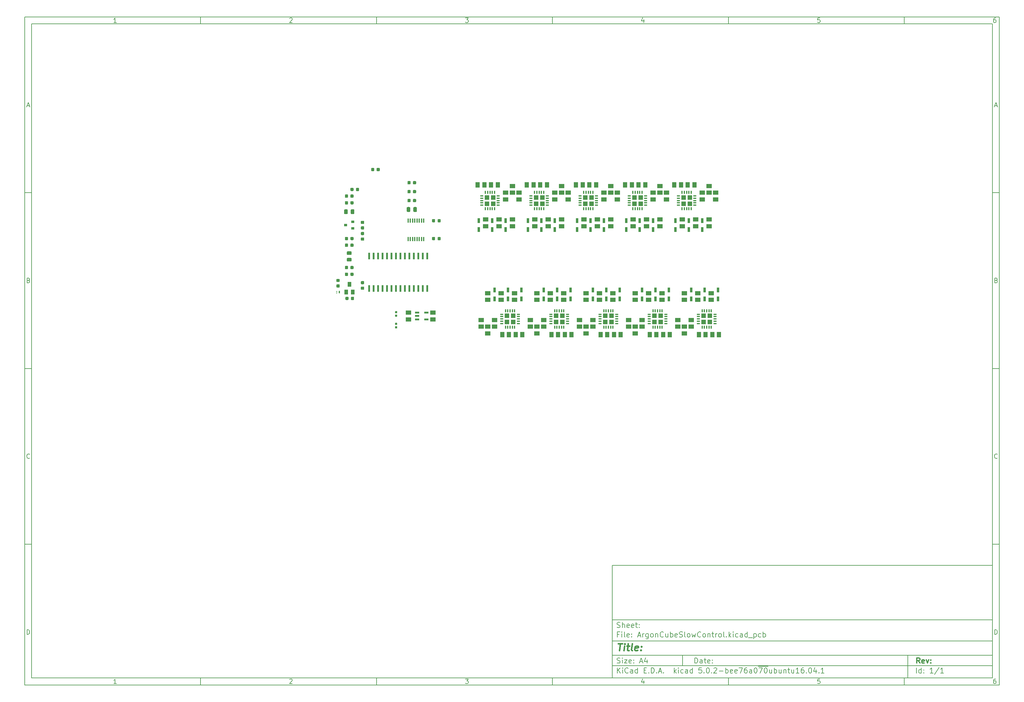
<source format=gbr>
G04 #@! TF.GenerationSoftware,KiCad,Pcbnew,5.0.2-bee76a0~70~ubuntu16.04.1*
G04 #@! TF.CreationDate,2020-09-03T14:39:46+02:00*
G04 #@! TF.ProjectId,ArgonCubeSlowControl,4172676f-6e43-4756-9265-536c6f77436f,rev?*
G04 #@! TF.SameCoordinates,Original*
G04 #@! TF.FileFunction,Paste,Top*
G04 #@! TF.FilePolarity,Positive*
%FSLAX46Y46*%
G04 Gerber Fmt 4.6, Leading zero omitted, Abs format (unit mm)*
G04 Created by KiCad (PCBNEW 5.0.2-bee76a0~70~ubuntu16.04.1) date Thu 03 Sep 2020 02:39:46 PM CEST*
%MOMM*%
%LPD*%
G01*
G04 APERTURE LIST*
%ADD10C,0.100000*%
%ADD11C,0.150000*%
%ADD12C,0.300000*%
%ADD13C,0.400000*%
%ADD14C,0.590000*%
%ADD15R,0.400000X0.700000*%
%ADD16R,0.400000X0.250000*%
%ADD17R,0.600000X1.900000*%
%ADD18R,1.000000X1.400000*%
%ADD19R,0.800000X1.350000*%
%ADD20R,1.500000X1.240000*%
%ADD21R,0.400000X1.200000*%
%ADD22R,0.900000X0.800000*%
%ADD23C,0.875000*%
%ADD24R,1.240000X1.500000*%
%ADD25C,0.975000*%
%ADD26R,1.200000X0.550000*%
%ADD27R,0.350000X0.950000*%
%ADD28R,0.950000X0.350000*%
G04 APERTURE END LIST*
D10*
D11*
X177002200Y-166007200D02*
X177002200Y-198007200D01*
X285002200Y-198007200D01*
X285002200Y-166007200D01*
X177002200Y-166007200D01*
D10*
D11*
X10000000Y-10000000D02*
X10000000Y-200007200D01*
X287002200Y-200007200D01*
X287002200Y-10000000D01*
X10000000Y-10000000D01*
D10*
D11*
X12000000Y-12000000D02*
X12000000Y-198007200D01*
X285002200Y-198007200D01*
X285002200Y-12000000D01*
X12000000Y-12000000D01*
D10*
D11*
X60000000Y-12000000D02*
X60000000Y-10000000D01*
D10*
D11*
X110000000Y-12000000D02*
X110000000Y-10000000D01*
D10*
D11*
X160000000Y-12000000D02*
X160000000Y-10000000D01*
D10*
D11*
X210000000Y-12000000D02*
X210000000Y-10000000D01*
D10*
D11*
X260000000Y-12000000D02*
X260000000Y-10000000D01*
D10*
D11*
X36065476Y-11588095D02*
X35322619Y-11588095D01*
X35694047Y-11588095D02*
X35694047Y-10288095D01*
X35570238Y-10473809D01*
X35446428Y-10597619D01*
X35322619Y-10659523D01*
D10*
D11*
X85322619Y-10411904D02*
X85384523Y-10350000D01*
X85508333Y-10288095D01*
X85817857Y-10288095D01*
X85941666Y-10350000D01*
X86003571Y-10411904D01*
X86065476Y-10535714D01*
X86065476Y-10659523D01*
X86003571Y-10845238D01*
X85260714Y-11588095D01*
X86065476Y-11588095D01*
D10*
D11*
X135260714Y-10288095D02*
X136065476Y-10288095D01*
X135632142Y-10783333D01*
X135817857Y-10783333D01*
X135941666Y-10845238D01*
X136003571Y-10907142D01*
X136065476Y-11030952D01*
X136065476Y-11340476D01*
X136003571Y-11464285D01*
X135941666Y-11526190D01*
X135817857Y-11588095D01*
X135446428Y-11588095D01*
X135322619Y-11526190D01*
X135260714Y-11464285D01*
D10*
D11*
X185941666Y-10721428D02*
X185941666Y-11588095D01*
X185632142Y-10226190D02*
X185322619Y-11154761D01*
X186127380Y-11154761D01*
D10*
D11*
X236003571Y-10288095D02*
X235384523Y-10288095D01*
X235322619Y-10907142D01*
X235384523Y-10845238D01*
X235508333Y-10783333D01*
X235817857Y-10783333D01*
X235941666Y-10845238D01*
X236003571Y-10907142D01*
X236065476Y-11030952D01*
X236065476Y-11340476D01*
X236003571Y-11464285D01*
X235941666Y-11526190D01*
X235817857Y-11588095D01*
X235508333Y-11588095D01*
X235384523Y-11526190D01*
X235322619Y-11464285D01*
D10*
D11*
X285941666Y-10288095D02*
X285694047Y-10288095D01*
X285570238Y-10350000D01*
X285508333Y-10411904D01*
X285384523Y-10597619D01*
X285322619Y-10845238D01*
X285322619Y-11340476D01*
X285384523Y-11464285D01*
X285446428Y-11526190D01*
X285570238Y-11588095D01*
X285817857Y-11588095D01*
X285941666Y-11526190D01*
X286003571Y-11464285D01*
X286065476Y-11340476D01*
X286065476Y-11030952D01*
X286003571Y-10907142D01*
X285941666Y-10845238D01*
X285817857Y-10783333D01*
X285570238Y-10783333D01*
X285446428Y-10845238D01*
X285384523Y-10907142D01*
X285322619Y-11030952D01*
D10*
D11*
X60000000Y-198007200D02*
X60000000Y-200007200D01*
D10*
D11*
X110000000Y-198007200D02*
X110000000Y-200007200D01*
D10*
D11*
X160000000Y-198007200D02*
X160000000Y-200007200D01*
D10*
D11*
X210000000Y-198007200D02*
X210000000Y-200007200D01*
D10*
D11*
X260000000Y-198007200D02*
X260000000Y-200007200D01*
D10*
D11*
X36065476Y-199595295D02*
X35322619Y-199595295D01*
X35694047Y-199595295D02*
X35694047Y-198295295D01*
X35570238Y-198481009D01*
X35446428Y-198604819D01*
X35322619Y-198666723D01*
D10*
D11*
X85322619Y-198419104D02*
X85384523Y-198357200D01*
X85508333Y-198295295D01*
X85817857Y-198295295D01*
X85941666Y-198357200D01*
X86003571Y-198419104D01*
X86065476Y-198542914D01*
X86065476Y-198666723D01*
X86003571Y-198852438D01*
X85260714Y-199595295D01*
X86065476Y-199595295D01*
D10*
D11*
X135260714Y-198295295D02*
X136065476Y-198295295D01*
X135632142Y-198790533D01*
X135817857Y-198790533D01*
X135941666Y-198852438D01*
X136003571Y-198914342D01*
X136065476Y-199038152D01*
X136065476Y-199347676D01*
X136003571Y-199471485D01*
X135941666Y-199533390D01*
X135817857Y-199595295D01*
X135446428Y-199595295D01*
X135322619Y-199533390D01*
X135260714Y-199471485D01*
D10*
D11*
X185941666Y-198728628D02*
X185941666Y-199595295D01*
X185632142Y-198233390D02*
X185322619Y-199161961D01*
X186127380Y-199161961D01*
D10*
D11*
X236003571Y-198295295D02*
X235384523Y-198295295D01*
X235322619Y-198914342D01*
X235384523Y-198852438D01*
X235508333Y-198790533D01*
X235817857Y-198790533D01*
X235941666Y-198852438D01*
X236003571Y-198914342D01*
X236065476Y-199038152D01*
X236065476Y-199347676D01*
X236003571Y-199471485D01*
X235941666Y-199533390D01*
X235817857Y-199595295D01*
X235508333Y-199595295D01*
X235384523Y-199533390D01*
X235322619Y-199471485D01*
D10*
D11*
X285941666Y-198295295D02*
X285694047Y-198295295D01*
X285570238Y-198357200D01*
X285508333Y-198419104D01*
X285384523Y-198604819D01*
X285322619Y-198852438D01*
X285322619Y-199347676D01*
X285384523Y-199471485D01*
X285446428Y-199533390D01*
X285570238Y-199595295D01*
X285817857Y-199595295D01*
X285941666Y-199533390D01*
X286003571Y-199471485D01*
X286065476Y-199347676D01*
X286065476Y-199038152D01*
X286003571Y-198914342D01*
X285941666Y-198852438D01*
X285817857Y-198790533D01*
X285570238Y-198790533D01*
X285446428Y-198852438D01*
X285384523Y-198914342D01*
X285322619Y-199038152D01*
D10*
D11*
X10000000Y-60000000D02*
X12000000Y-60000000D01*
D10*
D11*
X10000000Y-110000000D02*
X12000000Y-110000000D01*
D10*
D11*
X10000000Y-160000000D02*
X12000000Y-160000000D01*
D10*
D11*
X10690476Y-35216666D02*
X11309523Y-35216666D01*
X10566666Y-35588095D02*
X11000000Y-34288095D01*
X11433333Y-35588095D01*
D10*
D11*
X11092857Y-84907142D02*
X11278571Y-84969047D01*
X11340476Y-85030952D01*
X11402380Y-85154761D01*
X11402380Y-85340476D01*
X11340476Y-85464285D01*
X11278571Y-85526190D01*
X11154761Y-85588095D01*
X10659523Y-85588095D01*
X10659523Y-84288095D01*
X11092857Y-84288095D01*
X11216666Y-84350000D01*
X11278571Y-84411904D01*
X11340476Y-84535714D01*
X11340476Y-84659523D01*
X11278571Y-84783333D01*
X11216666Y-84845238D01*
X11092857Y-84907142D01*
X10659523Y-84907142D01*
D10*
D11*
X11402380Y-135464285D02*
X11340476Y-135526190D01*
X11154761Y-135588095D01*
X11030952Y-135588095D01*
X10845238Y-135526190D01*
X10721428Y-135402380D01*
X10659523Y-135278571D01*
X10597619Y-135030952D01*
X10597619Y-134845238D01*
X10659523Y-134597619D01*
X10721428Y-134473809D01*
X10845238Y-134350000D01*
X11030952Y-134288095D01*
X11154761Y-134288095D01*
X11340476Y-134350000D01*
X11402380Y-134411904D01*
D10*
D11*
X10659523Y-185588095D02*
X10659523Y-184288095D01*
X10969047Y-184288095D01*
X11154761Y-184350000D01*
X11278571Y-184473809D01*
X11340476Y-184597619D01*
X11402380Y-184845238D01*
X11402380Y-185030952D01*
X11340476Y-185278571D01*
X11278571Y-185402380D01*
X11154761Y-185526190D01*
X10969047Y-185588095D01*
X10659523Y-185588095D01*
D10*
D11*
X287002200Y-60000000D02*
X285002200Y-60000000D01*
D10*
D11*
X287002200Y-110000000D02*
X285002200Y-110000000D01*
D10*
D11*
X287002200Y-160000000D02*
X285002200Y-160000000D01*
D10*
D11*
X285692676Y-35216666D02*
X286311723Y-35216666D01*
X285568866Y-35588095D02*
X286002200Y-34288095D01*
X286435533Y-35588095D01*
D10*
D11*
X286095057Y-84907142D02*
X286280771Y-84969047D01*
X286342676Y-85030952D01*
X286404580Y-85154761D01*
X286404580Y-85340476D01*
X286342676Y-85464285D01*
X286280771Y-85526190D01*
X286156961Y-85588095D01*
X285661723Y-85588095D01*
X285661723Y-84288095D01*
X286095057Y-84288095D01*
X286218866Y-84350000D01*
X286280771Y-84411904D01*
X286342676Y-84535714D01*
X286342676Y-84659523D01*
X286280771Y-84783333D01*
X286218866Y-84845238D01*
X286095057Y-84907142D01*
X285661723Y-84907142D01*
D10*
D11*
X286404580Y-135464285D02*
X286342676Y-135526190D01*
X286156961Y-135588095D01*
X286033152Y-135588095D01*
X285847438Y-135526190D01*
X285723628Y-135402380D01*
X285661723Y-135278571D01*
X285599819Y-135030952D01*
X285599819Y-134845238D01*
X285661723Y-134597619D01*
X285723628Y-134473809D01*
X285847438Y-134350000D01*
X286033152Y-134288095D01*
X286156961Y-134288095D01*
X286342676Y-134350000D01*
X286404580Y-134411904D01*
D10*
D11*
X285661723Y-185588095D02*
X285661723Y-184288095D01*
X285971247Y-184288095D01*
X286156961Y-184350000D01*
X286280771Y-184473809D01*
X286342676Y-184597619D01*
X286404580Y-184845238D01*
X286404580Y-185030952D01*
X286342676Y-185278571D01*
X286280771Y-185402380D01*
X286156961Y-185526190D01*
X285971247Y-185588095D01*
X285661723Y-185588095D01*
D10*
D11*
X200434342Y-193785771D02*
X200434342Y-192285771D01*
X200791485Y-192285771D01*
X201005771Y-192357200D01*
X201148628Y-192500057D01*
X201220057Y-192642914D01*
X201291485Y-192928628D01*
X201291485Y-193142914D01*
X201220057Y-193428628D01*
X201148628Y-193571485D01*
X201005771Y-193714342D01*
X200791485Y-193785771D01*
X200434342Y-193785771D01*
X202577200Y-193785771D02*
X202577200Y-193000057D01*
X202505771Y-192857200D01*
X202362914Y-192785771D01*
X202077200Y-192785771D01*
X201934342Y-192857200D01*
X202577200Y-193714342D02*
X202434342Y-193785771D01*
X202077200Y-193785771D01*
X201934342Y-193714342D01*
X201862914Y-193571485D01*
X201862914Y-193428628D01*
X201934342Y-193285771D01*
X202077200Y-193214342D01*
X202434342Y-193214342D01*
X202577200Y-193142914D01*
X203077200Y-192785771D02*
X203648628Y-192785771D01*
X203291485Y-192285771D02*
X203291485Y-193571485D01*
X203362914Y-193714342D01*
X203505771Y-193785771D01*
X203648628Y-193785771D01*
X204720057Y-193714342D02*
X204577200Y-193785771D01*
X204291485Y-193785771D01*
X204148628Y-193714342D01*
X204077200Y-193571485D01*
X204077200Y-193000057D01*
X204148628Y-192857200D01*
X204291485Y-192785771D01*
X204577200Y-192785771D01*
X204720057Y-192857200D01*
X204791485Y-193000057D01*
X204791485Y-193142914D01*
X204077200Y-193285771D01*
X205434342Y-193642914D02*
X205505771Y-193714342D01*
X205434342Y-193785771D01*
X205362914Y-193714342D01*
X205434342Y-193642914D01*
X205434342Y-193785771D01*
X205434342Y-192857200D02*
X205505771Y-192928628D01*
X205434342Y-193000057D01*
X205362914Y-192928628D01*
X205434342Y-192857200D01*
X205434342Y-193000057D01*
D10*
D11*
X177002200Y-194507200D02*
X285002200Y-194507200D01*
D10*
D11*
X178434342Y-196585771D02*
X178434342Y-195085771D01*
X179291485Y-196585771D02*
X178648628Y-195728628D01*
X179291485Y-195085771D02*
X178434342Y-195942914D01*
X179934342Y-196585771D02*
X179934342Y-195585771D01*
X179934342Y-195085771D02*
X179862914Y-195157200D01*
X179934342Y-195228628D01*
X180005771Y-195157200D01*
X179934342Y-195085771D01*
X179934342Y-195228628D01*
X181505771Y-196442914D02*
X181434342Y-196514342D01*
X181220057Y-196585771D01*
X181077200Y-196585771D01*
X180862914Y-196514342D01*
X180720057Y-196371485D01*
X180648628Y-196228628D01*
X180577200Y-195942914D01*
X180577200Y-195728628D01*
X180648628Y-195442914D01*
X180720057Y-195300057D01*
X180862914Y-195157200D01*
X181077200Y-195085771D01*
X181220057Y-195085771D01*
X181434342Y-195157200D01*
X181505771Y-195228628D01*
X182791485Y-196585771D02*
X182791485Y-195800057D01*
X182720057Y-195657200D01*
X182577200Y-195585771D01*
X182291485Y-195585771D01*
X182148628Y-195657200D01*
X182791485Y-196514342D02*
X182648628Y-196585771D01*
X182291485Y-196585771D01*
X182148628Y-196514342D01*
X182077200Y-196371485D01*
X182077200Y-196228628D01*
X182148628Y-196085771D01*
X182291485Y-196014342D01*
X182648628Y-196014342D01*
X182791485Y-195942914D01*
X184148628Y-196585771D02*
X184148628Y-195085771D01*
X184148628Y-196514342D02*
X184005771Y-196585771D01*
X183720057Y-196585771D01*
X183577200Y-196514342D01*
X183505771Y-196442914D01*
X183434342Y-196300057D01*
X183434342Y-195871485D01*
X183505771Y-195728628D01*
X183577200Y-195657200D01*
X183720057Y-195585771D01*
X184005771Y-195585771D01*
X184148628Y-195657200D01*
X186005771Y-195800057D02*
X186505771Y-195800057D01*
X186720057Y-196585771D02*
X186005771Y-196585771D01*
X186005771Y-195085771D01*
X186720057Y-195085771D01*
X187362914Y-196442914D02*
X187434342Y-196514342D01*
X187362914Y-196585771D01*
X187291485Y-196514342D01*
X187362914Y-196442914D01*
X187362914Y-196585771D01*
X188077200Y-196585771D02*
X188077200Y-195085771D01*
X188434342Y-195085771D01*
X188648628Y-195157200D01*
X188791485Y-195300057D01*
X188862914Y-195442914D01*
X188934342Y-195728628D01*
X188934342Y-195942914D01*
X188862914Y-196228628D01*
X188791485Y-196371485D01*
X188648628Y-196514342D01*
X188434342Y-196585771D01*
X188077200Y-196585771D01*
X189577200Y-196442914D02*
X189648628Y-196514342D01*
X189577200Y-196585771D01*
X189505771Y-196514342D01*
X189577200Y-196442914D01*
X189577200Y-196585771D01*
X190220057Y-196157200D02*
X190934342Y-196157200D01*
X190077200Y-196585771D02*
X190577200Y-195085771D01*
X191077200Y-196585771D01*
X191577200Y-196442914D02*
X191648628Y-196514342D01*
X191577200Y-196585771D01*
X191505771Y-196514342D01*
X191577200Y-196442914D01*
X191577200Y-196585771D01*
X194577200Y-196585771D02*
X194577200Y-195085771D01*
X194720057Y-196014342D02*
X195148628Y-196585771D01*
X195148628Y-195585771D02*
X194577200Y-196157200D01*
X195791485Y-196585771D02*
X195791485Y-195585771D01*
X195791485Y-195085771D02*
X195720057Y-195157200D01*
X195791485Y-195228628D01*
X195862914Y-195157200D01*
X195791485Y-195085771D01*
X195791485Y-195228628D01*
X197148628Y-196514342D02*
X197005771Y-196585771D01*
X196720057Y-196585771D01*
X196577200Y-196514342D01*
X196505771Y-196442914D01*
X196434342Y-196300057D01*
X196434342Y-195871485D01*
X196505771Y-195728628D01*
X196577200Y-195657200D01*
X196720057Y-195585771D01*
X197005771Y-195585771D01*
X197148628Y-195657200D01*
X198434342Y-196585771D02*
X198434342Y-195800057D01*
X198362914Y-195657200D01*
X198220057Y-195585771D01*
X197934342Y-195585771D01*
X197791485Y-195657200D01*
X198434342Y-196514342D02*
X198291485Y-196585771D01*
X197934342Y-196585771D01*
X197791485Y-196514342D01*
X197720057Y-196371485D01*
X197720057Y-196228628D01*
X197791485Y-196085771D01*
X197934342Y-196014342D01*
X198291485Y-196014342D01*
X198434342Y-195942914D01*
X199791485Y-196585771D02*
X199791485Y-195085771D01*
X199791485Y-196514342D02*
X199648628Y-196585771D01*
X199362914Y-196585771D01*
X199220057Y-196514342D01*
X199148628Y-196442914D01*
X199077200Y-196300057D01*
X199077200Y-195871485D01*
X199148628Y-195728628D01*
X199220057Y-195657200D01*
X199362914Y-195585771D01*
X199648628Y-195585771D01*
X199791485Y-195657200D01*
X202362914Y-195085771D02*
X201648628Y-195085771D01*
X201577200Y-195800057D01*
X201648628Y-195728628D01*
X201791485Y-195657200D01*
X202148628Y-195657200D01*
X202291485Y-195728628D01*
X202362914Y-195800057D01*
X202434342Y-195942914D01*
X202434342Y-196300057D01*
X202362914Y-196442914D01*
X202291485Y-196514342D01*
X202148628Y-196585771D01*
X201791485Y-196585771D01*
X201648628Y-196514342D01*
X201577200Y-196442914D01*
X203077200Y-196442914D02*
X203148628Y-196514342D01*
X203077200Y-196585771D01*
X203005771Y-196514342D01*
X203077200Y-196442914D01*
X203077200Y-196585771D01*
X204077200Y-195085771D02*
X204220057Y-195085771D01*
X204362914Y-195157200D01*
X204434342Y-195228628D01*
X204505771Y-195371485D01*
X204577200Y-195657200D01*
X204577200Y-196014342D01*
X204505771Y-196300057D01*
X204434342Y-196442914D01*
X204362914Y-196514342D01*
X204220057Y-196585771D01*
X204077200Y-196585771D01*
X203934342Y-196514342D01*
X203862914Y-196442914D01*
X203791485Y-196300057D01*
X203720057Y-196014342D01*
X203720057Y-195657200D01*
X203791485Y-195371485D01*
X203862914Y-195228628D01*
X203934342Y-195157200D01*
X204077200Y-195085771D01*
X205220057Y-196442914D02*
X205291485Y-196514342D01*
X205220057Y-196585771D01*
X205148628Y-196514342D01*
X205220057Y-196442914D01*
X205220057Y-196585771D01*
X205862914Y-195228628D02*
X205934342Y-195157200D01*
X206077200Y-195085771D01*
X206434342Y-195085771D01*
X206577200Y-195157200D01*
X206648628Y-195228628D01*
X206720057Y-195371485D01*
X206720057Y-195514342D01*
X206648628Y-195728628D01*
X205791485Y-196585771D01*
X206720057Y-196585771D01*
X207362914Y-196014342D02*
X208505771Y-196014342D01*
X209220057Y-196585771D02*
X209220057Y-195085771D01*
X209220057Y-195657200D02*
X209362914Y-195585771D01*
X209648628Y-195585771D01*
X209791485Y-195657200D01*
X209862914Y-195728628D01*
X209934342Y-195871485D01*
X209934342Y-196300057D01*
X209862914Y-196442914D01*
X209791485Y-196514342D01*
X209648628Y-196585771D01*
X209362914Y-196585771D01*
X209220057Y-196514342D01*
X211148628Y-196514342D02*
X211005771Y-196585771D01*
X210720057Y-196585771D01*
X210577200Y-196514342D01*
X210505771Y-196371485D01*
X210505771Y-195800057D01*
X210577200Y-195657200D01*
X210720057Y-195585771D01*
X211005771Y-195585771D01*
X211148628Y-195657200D01*
X211220057Y-195800057D01*
X211220057Y-195942914D01*
X210505771Y-196085771D01*
X212434342Y-196514342D02*
X212291485Y-196585771D01*
X212005771Y-196585771D01*
X211862914Y-196514342D01*
X211791485Y-196371485D01*
X211791485Y-195800057D01*
X211862914Y-195657200D01*
X212005771Y-195585771D01*
X212291485Y-195585771D01*
X212434342Y-195657200D01*
X212505771Y-195800057D01*
X212505771Y-195942914D01*
X211791485Y-196085771D01*
X213005771Y-195085771D02*
X214005771Y-195085771D01*
X213362914Y-196585771D01*
X215220057Y-195085771D02*
X214934342Y-195085771D01*
X214791485Y-195157200D01*
X214720057Y-195228628D01*
X214577200Y-195442914D01*
X214505771Y-195728628D01*
X214505771Y-196300057D01*
X214577200Y-196442914D01*
X214648628Y-196514342D01*
X214791485Y-196585771D01*
X215077200Y-196585771D01*
X215220057Y-196514342D01*
X215291485Y-196442914D01*
X215362914Y-196300057D01*
X215362914Y-195942914D01*
X215291485Y-195800057D01*
X215220057Y-195728628D01*
X215077200Y-195657200D01*
X214791485Y-195657200D01*
X214648628Y-195728628D01*
X214577200Y-195800057D01*
X214505771Y-195942914D01*
X216648628Y-196585771D02*
X216648628Y-195800057D01*
X216577200Y-195657200D01*
X216434342Y-195585771D01*
X216148628Y-195585771D01*
X216005771Y-195657200D01*
X216648628Y-196514342D02*
X216505771Y-196585771D01*
X216148628Y-196585771D01*
X216005771Y-196514342D01*
X215934342Y-196371485D01*
X215934342Y-196228628D01*
X216005771Y-196085771D01*
X216148628Y-196014342D01*
X216505771Y-196014342D01*
X216648628Y-195942914D01*
X217648628Y-195085771D02*
X217791485Y-195085771D01*
X217934342Y-195157200D01*
X218005771Y-195228628D01*
X218077200Y-195371485D01*
X218148628Y-195657200D01*
X218148628Y-196014342D01*
X218077200Y-196300057D01*
X218005771Y-196442914D01*
X217934342Y-196514342D01*
X217791485Y-196585771D01*
X217648628Y-196585771D01*
X217505771Y-196514342D01*
X217434342Y-196442914D01*
X217362914Y-196300057D01*
X217291485Y-196014342D01*
X217291485Y-195657200D01*
X217362914Y-195371485D01*
X217434342Y-195228628D01*
X217505771Y-195157200D01*
X217648628Y-195085771D01*
X218434342Y-194677200D02*
X219862914Y-194677200D01*
X218648628Y-195085771D02*
X219648628Y-195085771D01*
X219005771Y-196585771D01*
X219862914Y-194677200D02*
X221291485Y-194677200D01*
X220505771Y-195085771D02*
X220648628Y-195085771D01*
X220791485Y-195157200D01*
X220862914Y-195228628D01*
X220934342Y-195371485D01*
X221005771Y-195657200D01*
X221005771Y-196014342D01*
X220934342Y-196300057D01*
X220862914Y-196442914D01*
X220791485Y-196514342D01*
X220648628Y-196585771D01*
X220505771Y-196585771D01*
X220362914Y-196514342D01*
X220291485Y-196442914D01*
X220220057Y-196300057D01*
X220148628Y-196014342D01*
X220148628Y-195657200D01*
X220220057Y-195371485D01*
X220291485Y-195228628D01*
X220362914Y-195157200D01*
X220505771Y-195085771D01*
X222291485Y-195585771D02*
X222291485Y-196585771D01*
X221648628Y-195585771D02*
X221648628Y-196371485D01*
X221720057Y-196514342D01*
X221862914Y-196585771D01*
X222077200Y-196585771D01*
X222220057Y-196514342D01*
X222291485Y-196442914D01*
X223005771Y-196585771D02*
X223005771Y-195085771D01*
X223005771Y-195657200D02*
X223148628Y-195585771D01*
X223434342Y-195585771D01*
X223577200Y-195657200D01*
X223648628Y-195728628D01*
X223720057Y-195871485D01*
X223720057Y-196300057D01*
X223648628Y-196442914D01*
X223577200Y-196514342D01*
X223434342Y-196585771D01*
X223148628Y-196585771D01*
X223005771Y-196514342D01*
X225005771Y-195585771D02*
X225005771Y-196585771D01*
X224362914Y-195585771D02*
X224362914Y-196371485D01*
X224434342Y-196514342D01*
X224577200Y-196585771D01*
X224791485Y-196585771D01*
X224934342Y-196514342D01*
X225005771Y-196442914D01*
X225720057Y-195585771D02*
X225720057Y-196585771D01*
X225720057Y-195728628D02*
X225791485Y-195657200D01*
X225934342Y-195585771D01*
X226148628Y-195585771D01*
X226291485Y-195657200D01*
X226362914Y-195800057D01*
X226362914Y-196585771D01*
X226862914Y-195585771D02*
X227434342Y-195585771D01*
X227077200Y-195085771D02*
X227077200Y-196371485D01*
X227148628Y-196514342D01*
X227291485Y-196585771D01*
X227434342Y-196585771D01*
X228577200Y-195585771D02*
X228577200Y-196585771D01*
X227934342Y-195585771D02*
X227934342Y-196371485D01*
X228005771Y-196514342D01*
X228148628Y-196585771D01*
X228362914Y-196585771D01*
X228505771Y-196514342D01*
X228577200Y-196442914D01*
X230077200Y-196585771D02*
X229220057Y-196585771D01*
X229648628Y-196585771D02*
X229648628Y-195085771D01*
X229505771Y-195300057D01*
X229362914Y-195442914D01*
X229220057Y-195514342D01*
X231362914Y-195085771D02*
X231077200Y-195085771D01*
X230934342Y-195157200D01*
X230862914Y-195228628D01*
X230720057Y-195442914D01*
X230648628Y-195728628D01*
X230648628Y-196300057D01*
X230720057Y-196442914D01*
X230791485Y-196514342D01*
X230934342Y-196585771D01*
X231220057Y-196585771D01*
X231362914Y-196514342D01*
X231434342Y-196442914D01*
X231505771Y-196300057D01*
X231505771Y-195942914D01*
X231434342Y-195800057D01*
X231362914Y-195728628D01*
X231220057Y-195657200D01*
X230934342Y-195657200D01*
X230791485Y-195728628D01*
X230720057Y-195800057D01*
X230648628Y-195942914D01*
X232148628Y-196442914D02*
X232220057Y-196514342D01*
X232148628Y-196585771D01*
X232077200Y-196514342D01*
X232148628Y-196442914D01*
X232148628Y-196585771D01*
X233148628Y-195085771D02*
X233291485Y-195085771D01*
X233434342Y-195157200D01*
X233505771Y-195228628D01*
X233577200Y-195371485D01*
X233648628Y-195657200D01*
X233648628Y-196014342D01*
X233577200Y-196300057D01*
X233505771Y-196442914D01*
X233434342Y-196514342D01*
X233291485Y-196585771D01*
X233148628Y-196585771D01*
X233005771Y-196514342D01*
X232934342Y-196442914D01*
X232862914Y-196300057D01*
X232791485Y-196014342D01*
X232791485Y-195657200D01*
X232862914Y-195371485D01*
X232934342Y-195228628D01*
X233005771Y-195157200D01*
X233148628Y-195085771D01*
X234934342Y-195585771D02*
X234934342Y-196585771D01*
X234577200Y-195014342D02*
X234220057Y-196085771D01*
X235148628Y-196085771D01*
X235720057Y-196442914D02*
X235791485Y-196514342D01*
X235720057Y-196585771D01*
X235648628Y-196514342D01*
X235720057Y-196442914D01*
X235720057Y-196585771D01*
X237220057Y-196585771D02*
X236362914Y-196585771D01*
X236791485Y-196585771D02*
X236791485Y-195085771D01*
X236648628Y-195300057D01*
X236505771Y-195442914D01*
X236362914Y-195514342D01*
D10*
D11*
X177002200Y-191507200D02*
X285002200Y-191507200D01*
D10*
D12*
X264411485Y-193785771D02*
X263911485Y-193071485D01*
X263554342Y-193785771D02*
X263554342Y-192285771D01*
X264125771Y-192285771D01*
X264268628Y-192357200D01*
X264340057Y-192428628D01*
X264411485Y-192571485D01*
X264411485Y-192785771D01*
X264340057Y-192928628D01*
X264268628Y-193000057D01*
X264125771Y-193071485D01*
X263554342Y-193071485D01*
X265625771Y-193714342D02*
X265482914Y-193785771D01*
X265197200Y-193785771D01*
X265054342Y-193714342D01*
X264982914Y-193571485D01*
X264982914Y-193000057D01*
X265054342Y-192857200D01*
X265197200Y-192785771D01*
X265482914Y-192785771D01*
X265625771Y-192857200D01*
X265697200Y-193000057D01*
X265697200Y-193142914D01*
X264982914Y-193285771D01*
X266197200Y-192785771D02*
X266554342Y-193785771D01*
X266911485Y-192785771D01*
X267482914Y-193642914D02*
X267554342Y-193714342D01*
X267482914Y-193785771D01*
X267411485Y-193714342D01*
X267482914Y-193642914D01*
X267482914Y-193785771D01*
X267482914Y-192857200D02*
X267554342Y-192928628D01*
X267482914Y-193000057D01*
X267411485Y-192928628D01*
X267482914Y-192857200D01*
X267482914Y-193000057D01*
D10*
D11*
X178362914Y-193714342D02*
X178577200Y-193785771D01*
X178934342Y-193785771D01*
X179077200Y-193714342D01*
X179148628Y-193642914D01*
X179220057Y-193500057D01*
X179220057Y-193357200D01*
X179148628Y-193214342D01*
X179077200Y-193142914D01*
X178934342Y-193071485D01*
X178648628Y-193000057D01*
X178505771Y-192928628D01*
X178434342Y-192857200D01*
X178362914Y-192714342D01*
X178362914Y-192571485D01*
X178434342Y-192428628D01*
X178505771Y-192357200D01*
X178648628Y-192285771D01*
X179005771Y-192285771D01*
X179220057Y-192357200D01*
X179862914Y-193785771D02*
X179862914Y-192785771D01*
X179862914Y-192285771D02*
X179791485Y-192357200D01*
X179862914Y-192428628D01*
X179934342Y-192357200D01*
X179862914Y-192285771D01*
X179862914Y-192428628D01*
X180434342Y-192785771D02*
X181220057Y-192785771D01*
X180434342Y-193785771D01*
X181220057Y-193785771D01*
X182362914Y-193714342D02*
X182220057Y-193785771D01*
X181934342Y-193785771D01*
X181791485Y-193714342D01*
X181720057Y-193571485D01*
X181720057Y-193000057D01*
X181791485Y-192857200D01*
X181934342Y-192785771D01*
X182220057Y-192785771D01*
X182362914Y-192857200D01*
X182434342Y-193000057D01*
X182434342Y-193142914D01*
X181720057Y-193285771D01*
X183077200Y-193642914D02*
X183148628Y-193714342D01*
X183077200Y-193785771D01*
X183005771Y-193714342D01*
X183077200Y-193642914D01*
X183077200Y-193785771D01*
X183077200Y-192857200D02*
X183148628Y-192928628D01*
X183077200Y-193000057D01*
X183005771Y-192928628D01*
X183077200Y-192857200D01*
X183077200Y-193000057D01*
X184862914Y-193357200D02*
X185577200Y-193357200D01*
X184720057Y-193785771D02*
X185220057Y-192285771D01*
X185720057Y-193785771D01*
X186862914Y-192785771D02*
X186862914Y-193785771D01*
X186505771Y-192214342D02*
X186148628Y-193285771D01*
X187077200Y-193285771D01*
D10*
D11*
X263434342Y-196585771D02*
X263434342Y-195085771D01*
X264791485Y-196585771D02*
X264791485Y-195085771D01*
X264791485Y-196514342D02*
X264648628Y-196585771D01*
X264362914Y-196585771D01*
X264220057Y-196514342D01*
X264148628Y-196442914D01*
X264077200Y-196300057D01*
X264077200Y-195871485D01*
X264148628Y-195728628D01*
X264220057Y-195657200D01*
X264362914Y-195585771D01*
X264648628Y-195585771D01*
X264791485Y-195657200D01*
X265505771Y-196442914D02*
X265577200Y-196514342D01*
X265505771Y-196585771D01*
X265434342Y-196514342D01*
X265505771Y-196442914D01*
X265505771Y-196585771D01*
X265505771Y-195657200D02*
X265577200Y-195728628D01*
X265505771Y-195800057D01*
X265434342Y-195728628D01*
X265505771Y-195657200D01*
X265505771Y-195800057D01*
X268148628Y-196585771D02*
X267291485Y-196585771D01*
X267720057Y-196585771D02*
X267720057Y-195085771D01*
X267577200Y-195300057D01*
X267434342Y-195442914D01*
X267291485Y-195514342D01*
X269862914Y-195014342D02*
X268577200Y-196942914D01*
X271148628Y-196585771D02*
X270291485Y-196585771D01*
X270720057Y-196585771D02*
X270720057Y-195085771D01*
X270577200Y-195300057D01*
X270434342Y-195442914D01*
X270291485Y-195514342D01*
D10*
D11*
X177002200Y-187507200D02*
X285002200Y-187507200D01*
D10*
D13*
X178714580Y-188211961D02*
X179857438Y-188211961D01*
X179036009Y-190211961D02*
X179286009Y-188211961D01*
X180274104Y-190211961D02*
X180440771Y-188878628D01*
X180524104Y-188211961D02*
X180416961Y-188307200D01*
X180500295Y-188402438D01*
X180607438Y-188307200D01*
X180524104Y-188211961D01*
X180500295Y-188402438D01*
X181107438Y-188878628D02*
X181869342Y-188878628D01*
X181476485Y-188211961D02*
X181262200Y-189926247D01*
X181333628Y-190116723D01*
X181512200Y-190211961D01*
X181702676Y-190211961D01*
X182655057Y-190211961D02*
X182476485Y-190116723D01*
X182405057Y-189926247D01*
X182619342Y-188211961D01*
X184190771Y-190116723D02*
X183988390Y-190211961D01*
X183607438Y-190211961D01*
X183428866Y-190116723D01*
X183357438Y-189926247D01*
X183452676Y-189164342D01*
X183571723Y-188973866D01*
X183774104Y-188878628D01*
X184155057Y-188878628D01*
X184333628Y-188973866D01*
X184405057Y-189164342D01*
X184381247Y-189354819D01*
X183405057Y-189545295D01*
X185155057Y-190021485D02*
X185238390Y-190116723D01*
X185131247Y-190211961D01*
X185047914Y-190116723D01*
X185155057Y-190021485D01*
X185131247Y-190211961D01*
X185286009Y-188973866D02*
X185369342Y-189069104D01*
X185262200Y-189164342D01*
X185178866Y-189069104D01*
X185286009Y-188973866D01*
X185262200Y-189164342D01*
D10*
D11*
X178934342Y-185600057D02*
X178434342Y-185600057D01*
X178434342Y-186385771D02*
X178434342Y-184885771D01*
X179148628Y-184885771D01*
X179720057Y-186385771D02*
X179720057Y-185385771D01*
X179720057Y-184885771D02*
X179648628Y-184957200D01*
X179720057Y-185028628D01*
X179791485Y-184957200D01*
X179720057Y-184885771D01*
X179720057Y-185028628D01*
X180648628Y-186385771D02*
X180505771Y-186314342D01*
X180434342Y-186171485D01*
X180434342Y-184885771D01*
X181791485Y-186314342D02*
X181648628Y-186385771D01*
X181362914Y-186385771D01*
X181220057Y-186314342D01*
X181148628Y-186171485D01*
X181148628Y-185600057D01*
X181220057Y-185457200D01*
X181362914Y-185385771D01*
X181648628Y-185385771D01*
X181791485Y-185457200D01*
X181862914Y-185600057D01*
X181862914Y-185742914D01*
X181148628Y-185885771D01*
X182505771Y-186242914D02*
X182577200Y-186314342D01*
X182505771Y-186385771D01*
X182434342Y-186314342D01*
X182505771Y-186242914D01*
X182505771Y-186385771D01*
X182505771Y-185457200D02*
X182577200Y-185528628D01*
X182505771Y-185600057D01*
X182434342Y-185528628D01*
X182505771Y-185457200D01*
X182505771Y-185600057D01*
X184291485Y-185957200D02*
X185005771Y-185957200D01*
X184148628Y-186385771D02*
X184648628Y-184885771D01*
X185148628Y-186385771D01*
X185648628Y-186385771D02*
X185648628Y-185385771D01*
X185648628Y-185671485D02*
X185720057Y-185528628D01*
X185791485Y-185457200D01*
X185934342Y-185385771D01*
X186077200Y-185385771D01*
X187220057Y-185385771D02*
X187220057Y-186600057D01*
X187148628Y-186742914D01*
X187077200Y-186814342D01*
X186934342Y-186885771D01*
X186720057Y-186885771D01*
X186577200Y-186814342D01*
X187220057Y-186314342D02*
X187077200Y-186385771D01*
X186791485Y-186385771D01*
X186648628Y-186314342D01*
X186577200Y-186242914D01*
X186505771Y-186100057D01*
X186505771Y-185671485D01*
X186577200Y-185528628D01*
X186648628Y-185457200D01*
X186791485Y-185385771D01*
X187077200Y-185385771D01*
X187220057Y-185457200D01*
X188148628Y-186385771D02*
X188005771Y-186314342D01*
X187934342Y-186242914D01*
X187862914Y-186100057D01*
X187862914Y-185671485D01*
X187934342Y-185528628D01*
X188005771Y-185457200D01*
X188148628Y-185385771D01*
X188362914Y-185385771D01*
X188505771Y-185457200D01*
X188577200Y-185528628D01*
X188648628Y-185671485D01*
X188648628Y-186100057D01*
X188577200Y-186242914D01*
X188505771Y-186314342D01*
X188362914Y-186385771D01*
X188148628Y-186385771D01*
X189291485Y-185385771D02*
X189291485Y-186385771D01*
X189291485Y-185528628D02*
X189362914Y-185457200D01*
X189505771Y-185385771D01*
X189720057Y-185385771D01*
X189862914Y-185457200D01*
X189934342Y-185600057D01*
X189934342Y-186385771D01*
X191505771Y-186242914D02*
X191434342Y-186314342D01*
X191220057Y-186385771D01*
X191077200Y-186385771D01*
X190862914Y-186314342D01*
X190720057Y-186171485D01*
X190648628Y-186028628D01*
X190577200Y-185742914D01*
X190577200Y-185528628D01*
X190648628Y-185242914D01*
X190720057Y-185100057D01*
X190862914Y-184957200D01*
X191077200Y-184885771D01*
X191220057Y-184885771D01*
X191434342Y-184957200D01*
X191505771Y-185028628D01*
X192791485Y-185385771D02*
X192791485Y-186385771D01*
X192148628Y-185385771D02*
X192148628Y-186171485D01*
X192220057Y-186314342D01*
X192362914Y-186385771D01*
X192577200Y-186385771D01*
X192720057Y-186314342D01*
X192791485Y-186242914D01*
X193505771Y-186385771D02*
X193505771Y-184885771D01*
X193505771Y-185457200D02*
X193648628Y-185385771D01*
X193934342Y-185385771D01*
X194077200Y-185457200D01*
X194148628Y-185528628D01*
X194220057Y-185671485D01*
X194220057Y-186100057D01*
X194148628Y-186242914D01*
X194077200Y-186314342D01*
X193934342Y-186385771D01*
X193648628Y-186385771D01*
X193505771Y-186314342D01*
X195434342Y-186314342D02*
X195291485Y-186385771D01*
X195005771Y-186385771D01*
X194862914Y-186314342D01*
X194791485Y-186171485D01*
X194791485Y-185600057D01*
X194862914Y-185457200D01*
X195005771Y-185385771D01*
X195291485Y-185385771D01*
X195434342Y-185457200D01*
X195505771Y-185600057D01*
X195505771Y-185742914D01*
X194791485Y-185885771D01*
X196077200Y-186314342D02*
X196291485Y-186385771D01*
X196648628Y-186385771D01*
X196791485Y-186314342D01*
X196862914Y-186242914D01*
X196934342Y-186100057D01*
X196934342Y-185957200D01*
X196862914Y-185814342D01*
X196791485Y-185742914D01*
X196648628Y-185671485D01*
X196362914Y-185600057D01*
X196220057Y-185528628D01*
X196148628Y-185457200D01*
X196077200Y-185314342D01*
X196077200Y-185171485D01*
X196148628Y-185028628D01*
X196220057Y-184957200D01*
X196362914Y-184885771D01*
X196720057Y-184885771D01*
X196934342Y-184957200D01*
X197791485Y-186385771D02*
X197648628Y-186314342D01*
X197577200Y-186171485D01*
X197577200Y-184885771D01*
X198577200Y-186385771D02*
X198434342Y-186314342D01*
X198362914Y-186242914D01*
X198291485Y-186100057D01*
X198291485Y-185671485D01*
X198362914Y-185528628D01*
X198434342Y-185457200D01*
X198577200Y-185385771D01*
X198791485Y-185385771D01*
X198934342Y-185457200D01*
X199005771Y-185528628D01*
X199077200Y-185671485D01*
X199077200Y-186100057D01*
X199005771Y-186242914D01*
X198934342Y-186314342D01*
X198791485Y-186385771D01*
X198577200Y-186385771D01*
X199577200Y-185385771D02*
X199862914Y-186385771D01*
X200148628Y-185671485D01*
X200434342Y-186385771D01*
X200720057Y-185385771D01*
X202148628Y-186242914D02*
X202077200Y-186314342D01*
X201862914Y-186385771D01*
X201720057Y-186385771D01*
X201505771Y-186314342D01*
X201362914Y-186171485D01*
X201291485Y-186028628D01*
X201220057Y-185742914D01*
X201220057Y-185528628D01*
X201291485Y-185242914D01*
X201362914Y-185100057D01*
X201505771Y-184957200D01*
X201720057Y-184885771D01*
X201862914Y-184885771D01*
X202077200Y-184957200D01*
X202148628Y-185028628D01*
X203005771Y-186385771D02*
X202862914Y-186314342D01*
X202791485Y-186242914D01*
X202720057Y-186100057D01*
X202720057Y-185671485D01*
X202791485Y-185528628D01*
X202862914Y-185457200D01*
X203005771Y-185385771D01*
X203220057Y-185385771D01*
X203362914Y-185457200D01*
X203434342Y-185528628D01*
X203505771Y-185671485D01*
X203505771Y-186100057D01*
X203434342Y-186242914D01*
X203362914Y-186314342D01*
X203220057Y-186385771D01*
X203005771Y-186385771D01*
X204148628Y-185385771D02*
X204148628Y-186385771D01*
X204148628Y-185528628D02*
X204220057Y-185457200D01*
X204362914Y-185385771D01*
X204577200Y-185385771D01*
X204720057Y-185457200D01*
X204791485Y-185600057D01*
X204791485Y-186385771D01*
X205291485Y-185385771D02*
X205862914Y-185385771D01*
X205505771Y-184885771D02*
X205505771Y-186171485D01*
X205577200Y-186314342D01*
X205720057Y-186385771D01*
X205862914Y-186385771D01*
X206362914Y-186385771D02*
X206362914Y-185385771D01*
X206362914Y-185671485D02*
X206434342Y-185528628D01*
X206505771Y-185457200D01*
X206648628Y-185385771D01*
X206791485Y-185385771D01*
X207505771Y-186385771D02*
X207362914Y-186314342D01*
X207291485Y-186242914D01*
X207220057Y-186100057D01*
X207220057Y-185671485D01*
X207291485Y-185528628D01*
X207362914Y-185457200D01*
X207505771Y-185385771D01*
X207720057Y-185385771D01*
X207862914Y-185457200D01*
X207934342Y-185528628D01*
X208005771Y-185671485D01*
X208005771Y-186100057D01*
X207934342Y-186242914D01*
X207862914Y-186314342D01*
X207720057Y-186385771D01*
X207505771Y-186385771D01*
X208862914Y-186385771D02*
X208720057Y-186314342D01*
X208648628Y-186171485D01*
X208648628Y-184885771D01*
X209434342Y-186242914D02*
X209505771Y-186314342D01*
X209434342Y-186385771D01*
X209362914Y-186314342D01*
X209434342Y-186242914D01*
X209434342Y-186385771D01*
X210148628Y-186385771D02*
X210148628Y-184885771D01*
X210291485Y-185814342D02*
X210720057Y-186385771D01*
X210720057Y-185385771D02*
X210148628Y-185957200D01*
X211362914Y-186385771D02*
X211362914Y-185385771D01*
X211362914Y-184885771D02*
X211291485Y-184957200D01*
X211362914Y-185028628D01*
X211434342Y-184957200D01*
X211362914Y-184885771D01*
X211362914Y-185028628D01*
X212720057Y-186314342D02*
X212577200Y-186385771D01*
X212291485Y-186385771D01*
X212148628Y-186314342D01*
X212077200Y-186242914D01*
X212005771Y-186100057D01*
X212005771Y-185671485D01*
X212077200Y-185528628D01*
X212148628Y-185457200D01*
X212291485Y-185385771D01*
X212577200Y-185385771D01*
X212720057Y-185457200D01*
X214005771Y-186385771D02*
X214005771Y-185600057D01*
X213934342Y-185457200D01*
X213791485Y-185385771D01*
X213505771Y-185385771D01*
X213362914Y-185457200D01*
X214005771Y-186314342D02*
X213862914Y-186385771D01*
X213505771Y-186385771D01*
X213362914Y-186314342D01*
X213291485Y-186171485D01*
X213291485Y-186028628D01*
X213362914Y-185885771D01*
X213505771Y-185814342D01*
X213862914Y-185814342D01*
X214005771Y-185742914D01*
X215362914Y-186385771D02*
X215362914Y-184885771D01*
X215362914Y-186314342D02*
X215220057Y-186385771D01*
X214934342Y-186385771D01*
X214791485Y-186314342D01*
X214720057Y-186242914D01*
X214648628Y-186100057D01*
X214648628Y-185671485D01*
X214720057Y-185528628D01*
X214791485Y-185457200D01*
X214934342Y-185385771D01*
X215220057Y-185385771D01*
X215362914Y-185457200D01*
X215720057Y-186528628D02*
X216862914Y-186528628D01*
X217220057Y-185385771D02*
X217220057Y-186885771D01*
X217220057Y-185457200D02*
X217362914Y-185385771D01*
X217648628Y-185385771D01*
X217791485Y-185457200D01*
X217862914Y-185528628D01*
X217934342Y-185671485D01*
X217934342Y-186100057D01*
X217862914Y-186242914D01*
X217791485Y-186314342D01*
X217648628Y-186385771D01*
X217362914Y-186385771D01*
X217220057Y-186314342D01*
X219220057Y-186314342D02*
X219077200Y-186385771D01*
X218791485Y-186385771D01*
X218648628Y-186314342D01*
X218577200Y-186242914D01*
X218505771Y-186100057D01*
X218505771Y-185671485D01*
X218577200Y-185528628D01*
X218648628Y-185457200D01*
X218791485Y-185385771D01*
X219077200Y-185385771D01*
X219220057Y-185457200D01*
X219862914Y-186385771D02*
X219862914Y-184885771D01*
X219862914Y-185457200D02*
X220005771Y-185385771D01*
X220291485Y-185385771D01*
X220434342Y-185457200D01*
X220505771Y-185528628D01*
X220577200Y-185671485D01*
X220577200Y-186100057D01*
X220505771Y-186242914D01*
X220434342Y-186314342D01*
X220291485Y-186385771D01*
X220005771Y-186385771D01*
X219862914Y-186314342D01*
D10*
D11*
X177002200Y-181507200D02*
X285002200Y-181507200D01*
D10*
D11*
X178362914Y-183614342D02*
X178577200Y-183685771D01*
X178934342Y-183685771D01*
X179077200Y-183614342D01*
X179148628Y-183542914D01*
X179220057Y-183400057D01*
X179220057Y-183257200D01*
X179148628Y-183114342D01*
X179077200Y-183042914D01*
X178934342Y-182971485D01*
X178648628Y-182900057D01*
X178505771Y-182828628D01*
X178434342Y-182757200D01*
X178362914Y-182614342D01*
X178362914Y-182471485D01*
X178434342Y-182328628D01*
X178505771Y-182257200D01*
X178648628Y-182185771D01*
X179005771Y-182185771D01*
X179220057Y-182257200D01*
X179862914Y-183685771D02*
X179862914Y-182185771D01*
X180505771Y-183685771D02*
X180505771Y-182900057D01*
X180434342Y-182757200D01*
X180291485Y-182685771D01*
X180077200Y-182685771D01*
X179934342Y-182757200D01*
X179862914Y-182828628D01*
X181791485Y-183614342D02*
X181648628Y-183685771D01*
X181362914Y-183685771D01*
X181220057Y-183614342D01*
X181148628Y-183471485D01*
X181148628Y-182900057D01*
X181220057Y-182757200D01*
X181362914Y-182685771D01*
X181648628Y-182685771D01*
X181791485Y-182757200D01*
X181862914Y-182900057D01*
X181862914Y-183042914D01*
X181148628Y-183185771D01*
X183077200Y-183614342D02*
X182934342Y-183685771D01*
X182648628Y-183685771D01*
X182505771Y-183614342D01*
X182434342Y-183471485D01*
X182434342Y-182900057D01*
X182505771Y-182757200D01*
X182648628Y-182685771D01*
X182934342Y-182685771D01*
X183077200Y-182757200D01*
X183148628Y-182900057D01*
X183148628Y-183042914D01*
X182434342Y-183185771D01*
X183577200Y-182685771D02*
X184148628Y-182685771D01*
X183791485Y-182185771D02*
X183791485Y-183471485D01*
X183862914Y-183614342D01*
X184005771Y-183685771D01*
X184148628Y-183685771D01*
X184648628Y-183542914D02*
X184720057Y-183614342D01*
X184648628Y-183685771D01*
X184577200Y-183614342D01*
X184648628Y-183542914D01*
X184648628Y-183685771D01*
X184648628Y-182757200D02*
X184720057Y-182828628D01*
X184648628Y-182900057D01*
X184577200Y-182828628D01*
X184648628Y-182757200D01*
X184648628Y-182900057D01*
D10*
D11*
X197002200Y-191507200D02*
X197002200Y-194507200D01*
D10*
D11*
X261002200Y-191507200D02*
X261002200Y-198007200D01*
D10*
G04 #@! TO.C,U6*
G36*
X143764000Y-62484000D02*
X142494000Y-62484000D01*
X142494000Y-63754000D01*
X143764000Y-63754000D01*
X143764000Y-62484000D01*
G37*
G36*
X141986000Y-62484000D02*
X140716000Y-62484000D01*
X140716000Y-63754000D01*
X141986000Y-63754000D01*
X141986000Y-62484000D01*
G37*
G36*
X141986000Y-60706000D02*
X140716000Y-60706000D01*
X140716000Y-61976000D01*
X141986000Y-61976000D01*
X141986000Y-60706000D01*
G37*
G36*
X143764000Y-60706000D02*
X142494000Y-60706000D01*
X142494000Y-61976000D01*
X143764000Y-61976000D01*
X143764000Y-60706000D01*
G37*
G04 #@! TO.C,U7*
G36*
X157734000Y-62484000D02*
X156464000Y-62484000D01*
X156464000Y-63754000D01*
X157734000Y-63754000D01*
X157734000Y-62484000D01*
G37*
G36*
X155956000Y-62484000D02*
X154686000Y-62484000D01*
X154686000Y-63754000D01*
X155956000Y-63754000D01*
X155956000Y-62484000D01*
G37*
G36*
X155956000Y-60706000D02*
X154686000Y-60706000D01*
X154686000Y-61976000D01*
X155956000Y-61976000D01*
X155956000Y-60706000D01*
G37*
G36*
X157734000Y-60706000D02*
X156464000Y-60706000D01*
X156464000Y-61976000D01*
X157734000Y-61976000D01*
X157734000Y-60706000D01*
G37*
G04 #@! TO.C,U8*
G36*
X171704000Y-62484000D02*
X170434000Y-62484000D01*
X170434000Y-63754000D01*
X171704000Y-63754000D01*
X171704000Y-62484000D01*
G37*
G36*
X169926000Y-62484000D02*
X168656000Y-62484000D01*
X168656000Y-63754000D01*
X169926000Y-63754000D01*
X169926000Y-62484000D01*
G37*
G36*
X169926000Y-60706000D02*
X168656000Y-60706000D01*
X168656000Y-61976000D01*
X169926000Y-61976000D01*
X169926000Y-60706000D01*
G37*
G36*
X171704000Y-60706000D02*
X170434000Y-60706000D01*
X170434000Y-61976000D01*
X171704000Y-61976000D01*
X171704000Y-60706000D01*
G37*
G04 #@! TO.C,U9*
G36*
X185674000Y-62484000D02*
X184404000Y-62484000D01*
X184404000Y-63754000D01*
X185674000Y-63754000D01*
X185674000Y-62484000D01*
G37*
G36*
X183896000Y-62484000D02*
X182626000Y-62484000D01*
X182626000Y-63754000D01*
X183896000Y-63754000D01*
X183896000Y-62484000D01*
G37*
G36*
X183896000Y-60706000D02*
X182626000Y-60706000D01*
X182626000Y-61976000D01*
X183896000Y-61976000D01*
X183896000Y-60706000D01*
G37*
G36*
X185674000Y-60706000D02*
X184404000Y-60706000D01*
X184404000Y-61976000D01*
X185674000Y-61976000D01*
X185674000Y-60706000D01*
G37*
G04 #@! TO.C,U10*
G36*
X199644000Y-62484000D02*
X198374000Y-62484000D01*
X198374000Y-63754000D01*
X199644000Y-63754000D01*
X199644000Y-62484000D01*
G37*
G36*
X197866000Y-62484000D02*
X196596000Y-62484000D01*
X196596000Y-63754000D01*
X197866000Y-63754000D01*
X197866000Y-62484000D01*
G37*
G36*
X197866000Y-60706000D02*
X196596000Y-60706000D01*
X196596000Y-61976000D01*
X197866000Y-61976000D01*
X197866000Y-60706000D01*
G37*
G36*
X199644000Y-60706000D02*
X198374000Y-60706000D01*
X198374000Y-61976000D01*
X199644000Y-61976000D01*
X199644000Y-60706000D01*
G37*
G04 #@! TO.C,U11*
G36*
X202311000Y-97409000D02*
X203581000Y-97409000D01*
X203581000Y-96139000D01*
X202311000Y-96139000D01*
X202311000Y-97409000D01*
G37*
G36*
X204089000Y-97409000D02*
X205359000Y-97409000D01*
X205359000Y-96139000D01*
X204089000Y-96139000D01*
X204089000Y-97409000D01*
G37*
G36*
X204089000Y-95631000D02*
X205359000Y-95631000D01*
X205359000Y-94361000D01*
X204089000Y-94361000D01*
X204089000Y-95631000D01*
G37*
G36*
X202311000Y-95631000D02*
X203581000Y-95631000D01*
X203581000Y-94361000D01*
X202311000Y-94361000D01*
X202311000Y-95631000D01*
G37*
G04 #@! TO.C,U12*
G36*
X188341000Y-95631000D02*
X189611000Y-95631000D01*
X189611000Y-94361000D01*
X188341000Y-94361000D01*
X188341000Y-95631000D01*
G37*
G36*
X190119000Y-95631000D02*
X191389000Y-95631000D01*
X191389000Y-94361000D01*
X190119000Y-94361000D01*
X190119000Y-95631000D01*
G37*
G36*
X190119000Y-97409000D02*
X191389000Y-97409000D01*
X191389000Y-96139000D01*
X190119000Y-96139000D01*
X190119000Y-97409000D01*
G37*
G36*
X188341000Y-97409000D02*
X189611000Y-97409000D01*
X189611000Y-96139000D01*
X188341000Y-96139000D01*
X188341000Y-97409000D01*
G37*
G04 #@! TO.C,U13*
G36*
X174371000Y-95631000D02*
X175641000Y-95631000D01*
X175641000Y-94361000D01*
X174371000Y-94361000D01*
X174371000Y-95631000D01*
G37*
G36*
X176149000Y-95631000D02*
X177419000Y-95631000D01*
X177419000Y-94361000D01*
X176149000Y-94361000D01*
X176149000Y-95631000D01*
G37*
G36*
X176149000Y-97409000D02*
X177419000Y-97409000D01*
X177419000Y-96139000D01*
X176149000Y-96139000D01*
X176149000Y-97409000D01*
G37*
G36*
X174371000Y-97409000D02*
X175641000Y-97409000D01*
X175641000Y-96139000D01*
X174371000Y-96139000D01*
X174371000Y-97409000D01*
G37*
G04 #@! TO.C,U14*
G36*
X160401000Y-95631000D02*
X161671000Y-95631000D01*
X161671000Y-94361000D01*
X160401000Y-94361000D01*
X160401000Y-95631000D01*
G37*
G36*
X162179000Y-95631000D02*
X163449000Y-95631000D01*
X163449000Y-94361000D01*
X162179000Y-94361000D01*
X162179000Y-95631000D01*
G37*
G36*
X162179000Y-97409000D02*
X163449000Y-97409000D01*
X163449000Y-96139000D01*
X162179000Y-96139000D01*
X162179000Y-97409000D01*
G37*
G36*
X160401000Y-97409000D02*
X161671000Y-97409000D01*
X161671000Y-96139000D01*
X160401000Y-96139000D01*
X160401000Y-97409000D01*
G37*
G04 #@! TO.C,U15*
G36*
X146431000Y-95631000D02*
X147701000Y-95631000D01*
X147701000Y-94361000D01*
X146431000Y-94361000D01*
X146431000Y-95631000D01*
G37*
G36*
X148209000Y-95631000D02*
X149479000Y-95631000D01*
X149479000Y-94361000D01*
X148209000Y-94361000D01*
X148209000Y-95631000D01*
G37*
G36*
X148209000Y-97409000D02*
X149479000Y-97409000D01*
X149479000Y-96139000D01*
X148209000Y-96139000D01*
X148209000Y-97409000D01*
G37*
G36*
X146431000Y-97409000D02*
X147701000Y-97409000D01*
X147701000Y-96139000D01*
X146431000Y-96139000D01*
X146431000Y-97409000D01*
G37*
G04 #@! TD*
G04 #@! TO.C,D31*
G36*
X115756958Y-94655710D02*
X115771276Y-94657834D01*
X115785317Y-94661351D01*
X115798946Y-94666228D01*
X115812031Y-94672417D01*
X115824447Y-94679858D01*
X115836073Y-94688481D01*
X115846798Y-94698202D01*
X115856519Y-94708927D01*
X115865142Y-94720553D01*
X115872583Y-94732969D01*
X115878772Y-94746054D01*
X115883649Y-94759683D01*
X115887166Y-94773724D01*
X115889290Y-94788042D01*
X115890000Y-94802500D01*
X115890000Y-95097500D01*
X115889290Y-95111958D01*
X115887166Y-95126276D01*
X115883649Y-95140317D01*
X115878772Y-95153946D01*
X115872583Y-95167031D01*
X115865142Y-95179447D01*
X115856519Y-95191073D01*
X115846798Y-95201798D01*
X115836073Y-95211519D01*
X115824447Y-95220142D01*
X115812031Y-95227583D01*
X115798946Y-95233772D01*
X115785317Y-95238649D01*
X115771276Y-95242166D01*
X115756958Y-95244290D01*
X115742500Y-95245000D01*
X115397500Y-95245000D01*
X115383042Y-95244290D01*
X115368724Y-95242166D01*
X115354683Y-95238649D01*
X115341054Y-95233772D01*
X115327969Y-95227583D01*
X115315553Y-95220142D01*
X115303927Y-95211519D01*
X115293202Y-95201798D01*
X115283481Y-95191073D01*
X115274858Y-95179447D01*
X115267417Y-95167031D01*
X115261228Y-95153946D01*
X115256351Y-95140317D01*
X115252834Y-95126276D01*
X115250710Y-95111958D01*
X115250000Y-95097500D01*
X115250000Y-94802500D01*
X115250710Y-94788042D01*
X115252834Y-94773724D01*
X115256351Y-94759683D01*
X115261228Y-94746054D01*
X115267417Y-94732969D01*
X115274858Y-94720553D01*
X115283481Y-94708927D01*
X115293202Y-94698202D01*
X115303927Y-94688481D01*
X115315553Y-94679858D01*
X115327969Y-94672417D01*
X115341054Y-94666228D01*
X115354683Y-94661351D01*
X115368724Y-94657834D01*
X115383042Y-94655710D01*
X115397500Y-94655000D01*
X115742500Y-94655000D01*
X115756958Y-94655710D01*
X115756958Y-94655710D01*
G37*
D14*
X115570000Y-94950000D03*
D10*
G36*
X115756958Y-93685710D02*
X115771276Y-93687834D01*
X115785317Y-93691351D01*
X115798946Y-93696228D01*
X115812031Y-93702417D01*
X115824447Y-93709858D01*
X115836073Y-93718481D01*
X115846798Y-93728202D01*
X115856519Y-93738927D01*
X115865142Y-93750553D01*
X115872583Y-93762969D01*
X115878772Y-93776054D01*
X115883649Y-93789683D01*
X115887166Y-93803724D01*
X115889290Y-93818042D01*
X115890000Y-93832500D01*
X115890000Y-94127500D01*
X115889290Y-94141958D01*
X115887166Y-94156276D01*
X115883649Y-94170317D01*
X115878772Y-94183946D01*
X115872583Y-94197031D01*
X115865142Y-94209447D01*
X115856519Y-94221073D01*
X115846798Y-94231798D01*
X115836073Y-94241519D01*
X115824447Y-94250142D01*
X115812031Y-94257583D01*
X115798946Y-94263772D01*
X115785317Y-94268649D01*
X115771276Y-94272166D01*
X115756958Y-94274290D01*
X115742500Y-94275000D01*
X115397500Y-94275000D01*
X115383042Y-94274290D01*
X115368724Y-94272166D01*
X115354683Y-94268649D01*
X115341054Y-94263772D01*
X115327969Y-94257583D01*
X115315553Y-94250142D01*
X115303927Y-94241519D01*
X115293202Y-94231798D01*
X115283481Y-94221073D01*
X115274858Y-94209447D01*
X115267417Y-94197031D01*
X115261228Y-94183946D01*
X115256351Y-94170317D01*
X115252834Y-94156276D01*
X115250710Y-94141958D01*
X115250000Y-94127500D01*
X115250000Y-93832500D01*
X115250710Y-93818042D01*
X115252834Y-93803724D01*
X115256351Y-93789683D01*
X115261228Y-93776054D01*
X115267417Y-93762969D01*
X115274858Y-93750553D01*
X115283481Y-93738927D01*
X115293202Y-93728202D01*
X115303927Y-93718481D01*
X115315553Y-93709858D01*
X115327969Y-93702417D01*
X115341054Y-93696228D01*
X115354683Y-93691351D01*
X115368724Y-93687834D01*
X115383042Y-93685710D01*
X115397500Y-93685000D01*
X115742500Y-93685000D01*
X115756958Y-93685710D01*
X115756958Y-93685710D01*
G37*
D14*
X115570000Y-93980000D03*
G04 #@! TD*
D10*
G04 #@! TO.C,D32*
G36*
X115756958Y-97980710D02*
X115771276Y-97982834D01*
X115785317Y-97986351D01*
X115798946Y-97991228D01*
X115812031Y-97997417D01*
X115824447Y-98004858D01*
X115836073Y-98013481D01*
X115846798Y-98023202D01*
X115856519Y-98033927D01*
X115865142Y-98045553D01*
X115872583Y-98057969D01*
X115878772Y-98071054D01*
X115883649Y-98084683D01*
X115887166Y-98098724D01*
X115889290Y-98113042D01*
X115890000Y-98127500D01*
X115890000Y-98422500D01*
X115889290Y-98436958D01*
X115887166Y-98451276D01*
X115883649Y-98465317D01*
X115878772Y-98478946D01*
X115872583Y-98492031D01*
X115865142Y-98504447D01*
X115856519Y-98516073D01*
X115846798Y-98526798D01*
X115836073Y-98536519D01*
X115824447Y-98545142D01*
X115812031Y-98552583D01*
X115798946Y-98558772D01*
X115785317Y-98563649D01*
X115771276Y-98567166D01*
X115756958Y-98569290D01*
X115742500Y-98570000D01*
X115397500Y-98570000D01*
X115383042Y-98569290D01*
X115368724Y-98567166D01*
X115354683Y-98563649D01*
X115341054Y-98558772D01*
X115327969Y-98552583D01*
X115315553Y-98545142D01*
X115303927Y-98536519D01*
X115293202Y-98526798D01*
X115283481Y-98516073D01*
X115274858Y-98504447D01*
X115267417Y-98492031D01*
X115261228Y-98478946D01*
X115256351Y-98465317D01*
X115252834Y-98451276D01*
X115250710Y-98436958D01*
X115250000Y-98422500D01*
X115250000Y-98127500D01*
X115250710Y-98113042D01*
X115252834Y-98098724D01*
X115256351Y-98084683D01*
X115261228Y-98071054D01*
X115267417Y-98057969D01*
X115274858Y-98045553D01*
X115283481Y-98033927D01*
X115293202Y-98023202D01*
X115303927Y-98013481D01*
X115315553Y-98004858D01*
X115327969Y-97997417D01*
X115341054Y-97991228D01*
X115354683Y-97986351D01*
X115368724Y-97982834D01*
X115383042Y-97980710D01*
X115397500Y-97980000D01*
X115742500Y-97980000D01*
X115756958Y-97980710D01*
X115756958Y-97980710D01*
G37*
D14*
X115570000Y-98275000D03*
D10*
G36*
X115756958Y-97010710D02*
X115771276Y-97012834D01*
X115785317Y-97016351D01*
X115798946Y-97021228D01*
X115812031Y-97027417D01*
X115824447Y-97034858D01*
X115836073Y-97043481D01*
X115846798Y-97053202D01*
X115856519Y-97063927D01*
X115865142Y-97075553D01*
X115872583Y-97087969D01*
X115878772Y-97101054D01*
X115883649Y-97114683D01*
X115887166Y-97128724D01*
X115889290Y-97143042D01*
X115890000Y-97157500D01*
X115890000Y-97452500D01*
X115889290Y-97466958D01*
X115887166Y-97481276D01*
X115883649Y-97495317D01*
X115878772Y-97508946D01*
X115872583Y-97522031D01*
X115865142Y-97534447D01*
X115856519Y-97546073D01*
X115846798Y-97556798D01*
X115836073Y-97566519D01*
X115824447Y-97575142D01*
X115812031Y-97582583D01*
X115798946Y-97588772D01*
X115785317Y-97593649D01*
X115771276Y-97597166D01*
X115756958Y-97599290D01*
X115742500Y-97600000D01*
X115397500Y-97600000D01*
X115383042Y-97599290D01*
X115368724Y-97597166D01*
X115354683Y-97593649D01*
X115341054Y-97588772D01*
X115327969Y-97582583D01*
X115315553Y-97575142D01*
X115303927Y-97566519D01*
X115293202Y-97556798D01*
X115283481Y-97546073D01*
X115274858Y-97534447D01*
X115267417Y-97522031D01*
X115261228Y-97508946D01*
X115256351Y-97495317D01*
X115252834Y-97481276D01*
X115250710Y-97466958D01*
X115250000Y-97452500D01*
X115250000Y-97157500D01*
X115250710Y-97143042D01*
X115252834Y-97128724D01*
X115256351Y-97114683D01*
X115261228Y-97101054D01*
X115267417Y-97087969D01*
X115274858Y-97075553D01*
X115283481Y-97063927D01*
X115293202Y-97053202D01*
X115303927Y-97043481D01*
X115315553Y-97034858D01*
X115327969Y-97027417D01*
X115341054Y-97021228D01*
X115354683Y-97016351D01*
X115368724Y-97012834D01*
X115383042Y-97010710D01*
X115397500Y-97010000D01*
X115742500Y-97010000D01*
X115756958Y-97010710D01*
X115756958Y-97010710D01*
G37*
D14*
X115570000Y-97305000D03*
G04 #@! TD*
D15*
G04 #@! TO.C,Q1*
X99410000Y-88265000D03*
D16*
X98710000Y-88490000D03*
X98710000Y-88040000D03*
G04 #@! TD*
D17*
G04 #@! TO.C,U18*
X107928282Y-87213123D03*
X109198282Y-87213123D03*
X110468282Y-87213123D03*
X111738282Y-87213123D03*
X113008282Y-87213123D03*
X114278282Y-87213123D03*
X115548282Y-87213123D03*
X116818282Y-87213123D03*
X118088282Y-87213123D03*
X119358282Y-87213123D03*
X120628282Y-87213123D03*
X121898282Y-87213123D03*
X123168282Y-87213123D03*
X124438282Y-87213123D03*
X124438282Y-78003123D03*
X123168282Y-78003123D03*
X121898282Y-78003123D03*
X120628282Y-78003123D03*
X119358282Y-78003123D03*
X118088282Y-78003123D03*
X116818282Y-78003123D03*
X115548282Y-78003123D03*
X114278282Y-78003123D03*
X113008282Y-78003123D03*
X111738282Y-78003123D03*
X110468282Y-78003123D03*
X109198282Y-78003123D03*
X107928282Y-78003123D03*
G04 #@! TD*
D18*
G04 #@! TO.C,Q2*
X102298500Y-86085500D03*
X103248500Y-88285500D03*
X101348500Y-88285500D03*
G04 #@! TD*
D19*
G04 #@! TO.C,D1*
X139065000Y-67945000D03*
X139065000Y-70485000D03*
G04 #@! TD*
G04 #@! TO.C,D3*
X146685000Y-67945000D03*
X146685000Y-70485000D03*
G04 #@! TD*
D20*
G04 #@! TO.C,R3*
X140970000Y-69530000D03*
X140970000Y-67630000D03*
G04 #@! TD*
D19*
G04 #@! TO.C,D2*
X142875000Y-67945000D03*
X142875000Y-70485000D03*
G04 #@! TD*
D20*
G04 #@! TO.C,R2*
X148590000Y-69530000D03*
X148590000Y-67630000D03*
G04 #@! TD*
G04 #@! TO.C,R1*
X144780000Y-69530000D03*
X144780000Y-67630000D03*
G04 #@! TD*
D21*
G04 #@! TO.C,U17*
X118973955Y-67943123D03*
X119608955Y-67943123D03*
X120243955Y-67943123D03*
X120878955Y-67943123D03*
X121513955Y-67943123D03*
X122148955Y-67943123D03*
X122783955Y-67943123D03*
X123418955Y-67943123D03*
X123418955Y-73143123D03*
X122783955Y-73143123D03*
X122148955Y-73143123D03*
X121513955Y-73143123D03*
X120878955Y-73143123D03*
X120243955Y-73143123D03*
X119608955Y-73143123D03*
X118973955Y-73143123D03*
G04 #@! TD*
D22*
G04 #@! TO.C,U16*
X101235000Y-69215000D03*
X103235000Y-68265000D03*
X103235000Y-70165000D03*
G04 #@! TD*
D10*
G04 #@! TO.C,R47*
G36*
X103415191Y-89569053D02*
X103436426Y-89572203D01*
X103457250Y-89577419D01*
X103477462Y-89584651D01*
X103496868Y-89593830D01*
X103515281Y-89604866D01*
X103532524Y-89617654D01*
X103548430Y-89632070D01*
X103562846Y-89647976D01*
X103575634Y-89665219D01*
X103586670Y-89683632D01*
X103595849Y-89703038D01*
X103603081Y-89723250D01*
X103608297Y-89744074D01*
X103611447Y-89765309D01*
X103612500Y-89786750D01*
X103612500Y-90299250D01*
X103611447Y-90320691D01*
X103608297Y-90341926D01*
X103603081Y-90362750D01*
X103595849Y-90382962D01*
X103586670Y-90402368D01*
X103575634Y-90420781D01*
X103562846Y-90438024D01*
X103548430Y-90453930D01*
X103532524Y-90468346D01*
X103515281Y-90481134D01*
X103496868Y-90492170D01*
X103477462Y-90501349D01*
X103457250Y-90508581D01*
X103436426Y-90513797D01*
X103415191Y-90516947D01*
X103393750Y-90518000D01*
X102956250Y-90518000D01*
X102934809Y-90516947D01*
X102913574Y-90513797D01*
X102892750Y-90508581D01*
X102872538Y-90501349D01*
X102853132Y-90492170D01*
X102834719Y-90481134D01*
X102817476Y-90468346D01*
X102801570Y-90453930D01*
X102787154Y-90438024D01*
X102774366Y-90420781D01*
X102763330Y-90402368D01*
X102754151Y-90382962D01*
X102746919Y-90362750D01*
X102741703Y-90341926D01*
X102738553Y-90320691D01*
X102737500Y-90299250D01*
X102737500Y-89786750D01*
X102738553Y-89765309D01*
X102741703Y-89744074D01*
X102746919Y-89723250D01*
X102754151Y-89703038D01*
X102763330Y-89683632D01*
X102774366Y-89665219D01*
X102787154Y-89647976D01*
X102801570Y-89632070D01*
X102817476Y-89617654D01*
X102834719Y-89604866D01*
X102853132Y-89593830D01*
X102872538Y-89584651D01*
X102892750Y-89577419D01*
X102913574Y-89572203D01*
X102934809Y-89569053D01*
X102956250Y-89568000D01*
X103393750Y-89568000D01*
X103415191Y-89569053D01*
X103415191Y-89569053D01*
G37*
D23*
X103175000Y-90043000D03*
D10*
G36*
X101840191Y-89569053D02*
X101861426Y-89572203D01*
X101882250Y-89577419D01*
X101902462Y-89584651D01*
X101921868Y-89593830D01*
X101940281Y-89604866D01*
X101957524Y-89617654D01*
X101973430Y-89632070D01*
X101987846Y-89647976D01*
X102000634Y-89665219D01*
X102011670Y-89683632D01*
X102020849Y-89703038D01*
X102028081Y-89723250D01*
X102033297Y-89744074D01*
X102036447Y-89765309D01*
X102037500Y-89786750D01*
X102037500Y-90299250D01*
X102036447Y-90320691D01*
X102033297Y-90341926D01*
X102028081Y-90362750D01*
X102020849Y-90382962D01*
X102011670Y-90402368D01*
X102000634Y-90420781D01*
X101987846Y-90438024D01*
X101973430Y-90453930D01*
X101957524Y-90468346D01*
X101940281Y-90481134D01*
X101921868Y-90492170D01*
X101902462Y-90501349D01*
X101882250Y-90508581D01*
X101861426Y-90513797D01*
X101840191Y-90516947D01*
X101818750Y-90518000D01*
X101381250Y-90518000D01*
X101359809Y-90516947D01*
X101338574Y-90513797D01*
X101317750Y-90508581D01*
X101297538Y-90501349D01*
X101278132Y-90492170D01*
X101259719Y-90481134D01*
X101242476Y-90468346D01*
X101226570Y-90453930D01*
X101212154Y-90438024D01*
X101199366Y-90420781D01*
X101188330Y-90402368D01*
X101179151Y-90382962D01*
X101171919Y-90362750D01*
X101166703Y-90341926D01*
X101163553Y-90320691D01*
X101162500Y-90299250D01*
X101162500Y-89786750D01*
X101163553Y-89765309D01*
X101166703Y-89744074D01*
X101171919Y-89723250D01*
X101179151Y-89703038D01*
X101188330Y-89683632D01*
X101199366Y-89665219D01*
X101212154Y-89647976D01*
X101226570Y-89632070D01*
X101242476Y-89617654D01*
X101259719Y-89604866D01*
X101278132Y-89593830D01*
X101297538Y-89584651D01*
X101317750Y-89577419D01*
X101338574Y-89572203D01*
X101359809Y-89569053D01*
X101381250Y-89568000D01*
X101818750Y-89568000D01*
X101840191Y-89569053D01*
X101840191Y-89569053D01*
G37*
D23*
X101600000Y-90043000D03*
G04 #@! TD*
D10*
G04 #@! TO.C,R46*
G36*
X99337691Y-86076053D02*
X99358926Y-86079203D01*
X99379750Y-86084419D01*
X99399962Y-86091651D01*
X99419368Y-86100830D01*
X99437781Y-86111866D01*
X99455024Y-86124654D01*
X99470930Y-86139070D01*
X99485346Y-86154976D01*
X99498134Y-86172219D01*
X99509170Y-86190632D01*
X99518349Y-86210038D01*
X99525581Y-86230250D01*
X99530797Y-86251074D01*
X99533947Y-86272309D01*
X99535000Y-86293750D01*
X99535000Y-86731250D01*
X99533947Y-86752691D01*
X99530797Y-86773926D01*
X99525581Y-86794750D01*
X99518349Y-86814962D01*
X99509170Y-86834368D01*
X99498134Y-86852781D01*
X99485346Y-86870024D01*
X99470930Y-86885930D01*
X99455024Y-86900346D01*
X99437781Y-86913134D01*
X99419368Y-86924170D01*
X99399962Y-86933349D01*
X99379750Y-86940581D01*
X99358926Y-86945797D01*
X99337691Y-86948947D01*
X99316250Y-86950000D01*
X98803750Y-86950000D01*
X98782309Y-86948947D01*
X98761074Y-86945797D01*
X98740250Y-86940581D01*
X98720038Y-86933349D01*
X98700632Y-86924170D01*
X98682219Y-86913134D01*
X98664976Y-86900346D01*
X98649070Y-86885930D01*
X98634654Y-86870024D01*
X98621866Y-86852781D01*
X98610830Y-86834368D01*
X98601651Y-86814962D01*
X98594419Y-86794750D01*
X98589203Y-86773926D01*
X98586053Y-86752691D01*
X98585000Y-86731250D01*
X98585000Y-86293750D01*
X98586053Y-86272309D01*
X98589203Y-86251074D01*
X98594419Y-86230250D01*
X98601651Y-86210038D01*
X98610830Y-86190632D01*
X98621866Y-86172219D01*
X98634654Y-86154976D01*
X98649070Y-86139070D01*
X98664976Y-86124654D01*
X98682219Y-86111866D01*
X98700632Y-86100830D01*
X98720038Y-86091651D01*
X98740250Y-86084419D01*
X98761074Y-86079203D01*
X98782309Y-86076053D01*
X98803750Y-86075000D01*
X99316250Y-86075000D01*
X99337691Y-86076053D01*
X99337691Y-86076053D01*
G37*
D23*
X99060000Y-86512500D03*
D10*
G36*
X99337691Y-84501053D02*
X99358926Y-84504203D01*
X99379750Y-84509419D01*
X99399962Y-84516651D01*
X99419368Y-84525830D01*
X99437781Y-84536866D01*
X99455024Y-84549654D01*
X99470930Y-84564070D01*
X99485346Y-84579976D01*
X99498134Y-84597219D01*
X99509170Y-84615632D01*
X99518349Y-84635038D01*
X99525581Y-84655250D01*
X99530797Y-84676074D01*
X99533947Y-84697309D01*
X99535000Y-84718750D01*
X99535000Y-85156250D01*
X99533947Y-85177691D01*
X99530797Y-85198926D01*
X99525581Y-85219750D01*
X99518349Y-85239962D01*
X99509170Y-85259368D01*
X99498134Y-85277781D01*
X99485346Y-85295024D01*
X99470930Y-85310930D01*
X99455024Y-85325346D01*
X99437781Y-85338134D01*
X99419368Y-85349170D01*
X99399962Y-85358349D01*
X99379750Y-85365581D01*
X99358926Y-85370797D01*
X99337691Y-85373947D01*
X99316250Y-85375000D01*
X98803750Y-85375000D01*
X98782309Y-85373947D01*
X98761074Y-85370797D01*
X98740250Y-85365581D01*
X98720038Y-85358349D01*
X98700632Y-85349170D01*
X98682219Y-85338134D01*
X98664976Y-85325346D01*
X98649070Y-85310930D01*
X98634654Y-85295024D01*
X98621866Y-85277781D01*
X98610830Y-85259368D01*
X98601651Y-85239962D01*
X98594419Y-85219750D01*
X98589203Y-85198926D01*
X98586053Y-85177691D01*
X98585000Y-85156250D01*
X98585000Y-84718750D01*
X98586053Y-84697309D01*
X98589203Y-84676074D01*
X98594419Y-84655250D01*
X98601651Y-84635038D01*
X98610830Y-84615632D01*
X98621866Y-84597219D01*
X98634654Y-84579976D01*
X98649070Y-84564070D01*
X98664976Y-84549654D01*
X98682219Y-84536866D01*
X98700632Y-84525830D01*
X98720038Y-84516651D01*
X98740250Y-84509419D01*
X98761074Y-84504203D01*
X98782309Y-84501053D01*
X98803750Y-84500000D01*
X99316250Y-84500000D01*
X99337691Y-84501053D01*
X99337691Y-84501053D01*
G37*
D23*
X99060000Y-84937500D03*
G04 #@! TD*
D10*
G04 #@! TO.C,R45*
G36*
X106300973Y-71166053D02*
X106322208Y-71169203D01*
X106343032Y-71174419D01*
X106363244Y-71181651D01*
X106382650Y-71190830D01*
X106401063Y-71201866D01*
X106418306Y-71214654D01*
X106434212Y-71229070D01*
X106448628Y-71244976D01*
X106461416Y-71262219D01*
X106472452Y-71280632D01*
X106481631Y-71300038D01*
X106488863Y-71320250D01*
X106494079Y-71341074D01*
X106497229Y-71362309D01*
X106498282Y-71383750D01*
X106498282Y-71821250D01*
X106497229Y-71842691D01*
X106494079Y-71863926D01*
X106488863Y-71884750D01*
X106481631Y-71904962D01*
X106472452Y-71924368D01*
X106461416Y-71942781D01*
X106448628Y-71960024D01*
X106434212Y-71975930D01*
X106418306Y-71990346D01*
X106401063Y-72003134D01*
X106382650Y-72014170D01*
X106363244Y-72023349D01*
X106343032Y-72030581D01*
X106322208Y-72035797D01*
X106300973Y-72038947D01*
X106279532Y-72040000D01*
X105767032Y-72040000D01*
X105745591Y-72038947D01*
X105724356Y-72035797D01*
X105703532Y-72030581D01*
X105683320Y-72023349D01*
X105663914Y-72014170D01*
X105645501Y-72003134D01*
X105628258Y-71990346D01*
X105612352Y-71975930D01*
X105597936Y-71960024D01*
X105585148Y-71942781D01*
X105574112Y-71924368D01*
X105564933Y-71904962D01*
X105557701Y-71884750D01*
X105552485Y-71863926D01*
X105549335Y-71842691D01*
X105548282Y-71821250D01*
X105548282Y-71383750D01*
X105549335Y-71362309D01*
X105552485Y-71341074D01*
X105557701Y-71320250D01*
X105564933Y-71300038D01*
X105574112Y-71280632D01*
X105585148Y-71262219D01*
X105597936Y-71244976D01*
X105612352Y-71229070D01*
X105628258Y-71214654D01*
X105645501Y-71201866D01*
X105663914Y-71190830D01*
X105683320Y-71181651D01*
X105703532Y-71174419D01*
X105724356Y-71169203D01*
X105745591Y-71166053D01*
X105767032Y-71165000D01*
X106279532Y-71165000D01*
X106300973Y-71166053D01*
X106300973Y-71166053D01*
G37*
D23*
X106023282Y-71602500D03*
D10*
G36*
X106300973Y-72741053D02*
X106322208Y-72744203D01*
X106343032Y-72749419D01*
X106363244Y-72756651D01*
X106382650Y-72765830D01*
X106401063Y-72776866D01*
X106418306Y-72789654D01*
X106434212Y-72804070D01*
X106448628Y-72819976D01*
X106461416Y-72837219D01*
X106472452Y-72855632D01*
X106481631Y-72875038D01*
X106488863Y-72895250D01*
X106494079Y-72916074D01*
X106497229Y-72937309D01*
X106498282Y-72958750D01*
X106498282Y-73396250D01*
X106497229Y-73417691D01*
X106494079Y-73438926D01*
X106488863Y-73459750D01*
X106481631Y-73479962D01*
X106472452Y-73499368D01*
X106461416Y-73517781D01*
X106448628Y-73535024D01*
X106434212Y-73550930D01*
X106418306Y-73565346D01*
X106401063Y-73578134D01*
X106382650Y-73589170D01*
X106363244Y-73598349D01*
X106343032Y-73605581D01*
X106322208Y-73610797D01*
X106300973Y-73613947D01*
X106279532Y-73615000D01*
X105767032Y-73615000D01*
X105745591Y-73613947D01*
X105724356Y-73610797D01*
X105703532Y-73605581D01*
X105683320Y-73598349D01*
X105663914Y-73589170D01*
X105645501Y-73578134D01*
X105628258Y-73565346D01*
X105612352Y-73550930D01*
X105597936Y-73535024D01*
X105585148Y-73517781D01*
X105574112Y-73499368D01*
X105564933Y-73479962D01*
X105557701Y-73459750D01*
X105552485Y-73438926D01*
X105549335Y-73417691D01*
X105548282Y-73396250D01*
X105548282Y-72958750D01*
X105549335Y-72937309D01*
X105552485Y-72916074D01*
X105557701Y-72895250D01*
X105564933Y-72875038D01*
X105574112Y-72855632D01*
X105585148Y-72837219D01*
X105597936Y-72819976D01*
X105612352Y-72804070D01*
X105628258Y-72789654D01*
X105645501Y-72776866D01*
X105663914Y-72765830D01*
X105683320Y-72756651D01*
X105703532Y-72749419D01*
X105724356Y-72744203D01*
X105745591Y-72741053D01*
X105767032Y-72740000D01*
X106279532Y-72740000D01*
X106300973Y-72741053D01*
X106300973Y-72741053D01*
G37*
D23*
X106023282Y-73177500D03*
G04 #@! TD*
D10*
G04 #@! TO.C,R44*
G36*
X106300973Y-69566053D02*
X106322208Y-69569203D01*
X106343032Y-69574419D01*
X106363244Y-69581651D01*
X106382650Y-69590830D01*
X106401063Y-69601866D01*
X106418306Y-69614654D01*
X106434212Y-69629070D01*
X106448628Y-69644976D01*
X106461416Y-69662219D01*
X106472452Y-69680632D01*
X106481631Y-69700038D01*
X106488863Y-69720250D01*
X106494079Y-69741074D01*
X106497229Y-69762309D01*
X106498282Y-69783750D01*
X106498282Y-70221250D01*
X106497229Y-70242691D01*
X106494079Y-70263926D01*
X106488863Y-70284750D01*
X106481631Y-70304962D01*
X106472452Y-70324368D01*
X106461416Y-70342781D01*
X106448628Y-70360024D01*
X106434212Y-70375930D01*
X106418306Y-70390346D01*
X106401063Y-70403134D01*
X106382650Y-70414170D01*
X106363244Y-70423349D01*
X106343032Y-70430581D01*
X106322208Y-70435797D01*
X106300973Y-70438947D01*
X106279532Y-70440000D01*
X105767032Y-70440000D01*
X105745591Y-70438947D01*
X105724356Y-70435797D01*
X105703532Y-70430581D01*
X105683320Y-70423349D01*
X105663914Y-70414170D01*
X105645501Y-70403134D01*
X105628258Y-70390346D01*
X105612352Y-70375930D01*
X105597936Y-70360024D01*
X105585148Y-70342781D01*
X105574112Y-70324368D01*
X105564933Y-70304962D01*
X105557701Y-70284750D01*
X105552485Y-70263926D01*
X105549335Y-70242691D01*
X105548282Y-70221250D01*
X105548282Y-69783750D01*
X105549335Y-69762309D01*
X105552485Y-69741074D01*
X105557701Y-69720250D01*
X105564933Y-69700038D01*
X105574112Y-69680632D01*
X105585148Y-69662219D01*
X105597936Y-69644976D01*
X105612352Y-69629070D01*
X105628258Y-69614654D01*
X105645501Y-69601866D01*
X105663914Y-69590830D01*
X105683320Y-69581651D01*
X105703532Y-69574419D01*
X105724356Y-69569203D01*
X105745591Y-69566053D01*
X105767032Y-69565000D01*
X106279532Y-69565000D01*
X106300973Y-69566053D01*
X106300973Y-69566053D01*
G37*
D23*
X106023282Y-70002500D03*
D10*
G36*
X106300973Y-67991053D02*
X106322208Y-67994203D01*
X106343032Y-67999419D01*
X106363244Y-68006651D01*
X106382650Y-68015830D01*
X106401063Y-68026866D01*
X106418306Y-68039654D01*
X106434212Y-68054070D01*
X106448628Y-68069976D01*
X106461416Y-68087219D01*
X106472452Y-68105632D01*
X106481631Y-68125038D01*
X106488863Y-68145250D01*
X106494079Y-68166074D01*
X106497229Y-68187309D01*
X106498282Y-68208750D01*
X106498282Y-68646250D01*
X106497229Y-68667691D01*
X106494079Y-68688926D01*
X106488863Y-68709750D01*
X106481631Y-68729962D01*
X106472452Y-68749368D01*
X106461416Y-68767781D01*
X106448628Y-68785024D01*
X106434212Y-68800930D01*
X106418306Y-68815346D01*
X106401063Y-68828134D01*
X106382650Y-68839170D01*
X106363244Y-68848349D01*
X106343032Y-68855581D01*
X106322208Y-68860797D01*
X106300973Y-68863947D01*
X106279532Y-68865000D01*
X105767032Y-68865000D01*
X105745591Y-68863947D01*
X105724356Y-68860797D01*
X105703532Y-68855581D01*
X105683320Y-68848349D01*
X105663914Y-68839170D01*
X105645501Y-68828134D01*
X105628258Y-68815346D01*
X105612352Y-68800930D01*
X105597936Y-68785024D01*
X105585148Y-68767781D01*
X105574112Y-68749368D01*
X105564933Y-68729962D01*
X105557701Y-68709750D01*
X105552485Y-68688926D01*
X105549335Y-68667691D01*
X105548282Y-68646250D01*
X105548282Y-68208750D01*
X105549335Y-68187309D01*
X105552485Y-68166074D01*
X105557701Y-68145250D01*
X105564933Y-68125038D01*
X105574112Y-68105632D01*
X105585148Y-68087219D01*
X105597936Y-68069976D01*
X105612352Y-68054070D01*
X105628258Y-68039654D01*
X105645501Y-68026866D01*
X105663914Y-68015830D01*
X105683320Y-68006651D01*
X105703532Y-67999419D01*
X105724356Y-67994203D01*
X105745591Y-67991053D01*
X105767032Y-67990000D01*
X106279532Y-67990000D01*
X106300973Y-67991053D01*
X106300973Y-67991053D01*
G37*
D23*
X106023282Y-68427500D03*
G04 #@! TD*
D10*
G04 #@! TO.C,R43*
G36*
X106300973Y-86711053D02*
X106322208Y-86714203D01*
X106343032Y-86719419D01*
X106363244Y-86726651D01*
X106382650Y-86735830D01*
X106401063Y-86746866D01*
X106418306Y-86759654D01*
X106434212Y-86774070D01*
X106448628Y-86789976D01*
X106461416Y-86807219D01*
X106472452Y-86825632D01*
X106481631Y-86845038D01*
X106488863Y-86865250D01*
X106494079Y-86886074D01*
X106497229Y-86907309D01*
X106498282Y-86928750D01*
X106498282Y-87366250D01*
X106497229Y-87387691D01*
X106494079Y-87408926D01*
X106488863Y-87429750D01*
X106481631Y-87449962D01*
X106472452Y-87469368D01*
X106461416Y-87487781D01*
X106448628Y-87505024D01*
X106434212Y-87520930D01*
X106418306Y-87535346D01*
X106401063Y-87548134D01*
X106382650Y-87559170D01*
X106363244Y-87568349D01*
X106343032Y-87575581D01*
X106322208Y-87580797D01*
X106300973Y-87583947D01*
X106279532Y-87585000D01*
X105767032Y-87585000D01*
X105745591Y-87583947D01*
X105724356Y-87580797D01*
X105703532Y-87575581D01*
X105683320Y-87568349D01*
X105663914Y-87559170D01*
X105645501Y-87548134D01*
X105628258Y-87535346D01*
X105612352Y-87520930D01*
X105597936Y-87505024D01*
X105585148Y-87487781D01*
X105574112Y-87469368D01*
X105564933Y-87449962D01*
X105557701Y-87429750D01*
X105552485Y-87408926D01*
X105549335Y-87387691D01*
X105548282Y-87366250D01*
X105548282Y-86928750D01*
X105549335Y-86907309D01*
X105552485Y-86886074D01*
X105557701Y-86865250D01*
X105564933Y-86845038D01*
X105574112Y-86825632D01*
X105585148Y-86807219D01*
X105597936Y-86789976D01*
X105612352Y-86774070D01*
X105628258Y-86759654D01*
X105645501Y-86746866D01*
X105663914Y-86735830D01*
X105683320Y-86726651D01*
X105703532Y-86719419D01*
X105724356Y-86714203D01*
X105745591Y-86711053D01*
X105767032Y-86710000D01*
X106279532Y-86710000D01*
X106300973Y-86711053D01*
X106300973Y-86711053D01*
G37*
D23*
X106023282Y-87147500D03*
D10*
G36*
X106300973Y-85136053D02*
X106322208Y-85139203D01*
X106343032Y-85144419D01*
X106363244Y-85151651D01*
X106382650Y-85160830D01*
X106401063Y-85171866D01*
X106418306Y-85184654D01*
X106434212Y-85199070D01*
X106448628Y-85214976D01*
X106461416Y-85232219D01*
X106472452Y-85250632D01*
X106481631Y-85270038D01*
X106488863Y-85290250D01*
X106494079Y-85311074D01*
X106497229Y-85332309D01*
X106498282Y-85353750D01*
X106498282Y-85791250D01*
X106497229Y-85812691D01*
X106494079Y-85833926D01*
X106488863Y-85854750D01*
X106481631Y-85874962D01*
X106472452Y-85894368D01*
X106461416Y-85912781D01*
X106448628Y-85930024D01*
X106434212Y-85945930D01*
X106418306Y-85960346D01*
X106401063Y-85973134D01*
X106382650Y-85984170D01*
X106363244Y-85993349D01*
X106343032Y-86000581D01*
X106322208Y-86005797D01*
X106300973Y-86008947D01*
X106279532Y-86010000D01*
X105767032Y-86010000D01*
X105745591Y-86008947D01*
X105724356Y-86005797D01*
X105703532Y-86000581D01*
X105683320Y-85993349D01*
X105663914Y-85984170D01*
X105645501Y-85973134D01*
X105628258Y-85960346D01*
X105612352Y-85945930D01*
X105597936Y-85930024D01*
X105585148Y-85912781D01*
X105574112Y-85894368D01*
X105564933Y-85874962D01*
X105557701Y-85854750D01*
X105552485Y-85833926D01*
X105549335Y-85812691D01*
X105548282Y-85791250D01*
X105548282Y-85353750D01*
X105549335Y-85332309D01*
X105552485Y-85311074D01*
X105557701Y-85290250D01*
X105564933Y-85270038D01*
X105574112Y-85250632D01*
X105585148Y-85232219D01*
X105597936Y-85214976D01*
X105612352Y-85199070D01*
X105628258Y-85184654D01*
X105645501Y-85171866D01*
X105663914Y-85160830D01*
X105683320Y-85151651D01*
X105703532Y-85144419D01*
X105724356Y-85139203D01*
X105745591Y-85136053D01*
X105767032Y-85135000D01*
X106279532Y-85135000D01*
X106300973Y-85136053D01*
X106300973Y-85136053D01*
G37*
D23*
X106023282Y-85572500D03*
G04 #@! TD*
D10*
G04 #@! TO.C,R42*
G36*
X126452691Y-72551053D02*
X126473926Y-72554203D01*
X126494750Y-72559419D01*
X126514962Y-72566651D01*
X126534368Y-72575830D01*
X126552781Y-72586866D01*
X126570024Y-72599654D01*
X126585930Y-72614070D01*
X126600346Y-72629976D01*
X126613134Y-72647219D01*
X126624170Y-72665632D01*
X126633349Y-72685038D01*
X126640581Y-72705250D01*
X126645797Y-72726074D01*
X126648947Y-72747309D01*
X126650000Y-72768750D01*
X126650000Y-73281250D01*
X126648947Y-73302691D01*
X126645797Y-73323926D01*
X126640581Y-73344750D01*
X126633349Y-73364962D01*
X126624170Y-73384368D01*
X126613134Y-73402781D01*
X126600346Y-73420024D01*
X126585930Y-73435930D01*
X126570024Y-73450346D01*
X126552781Y-73463134D01*
X126534368Y-73474170D01*
X126514962Y-73483349D01*
X126494750Y-73490581D01*
X126473926Y-73495797D01*
X126452691Y-73498947D01*
X126431250Y-73500000D01*
X125993750Y-73500000D01*
X125972309Y-73498947D01*
X125951074Y-73495797D01*
X125930250Y-73490581D01*
X125910038Y-73483349D01*
X125890632Y-73474170D01*
X125872219Y-73463134D01*
X125854976Y-73450346D01*
X125839070Y-73435930D01*
X125824654Y-73420024D01*
X125811866Y-73402781D01*
X125800830Y-73384368D01*
X125791651Y-73364962D01*
X125784419Y-73344750D01*
X125779203Y-73323926D01*
X125776053Y-73302691D01*
X125775000Y-73281250D01*
X125775000Y-72768750D01*
X125776053Y-72747309D01*
X125779203Y-72726074D01*
X125784419Y-72705250D01*
X125791651Y-72685038D01*
X125800830Y-72665632D01*
X125811866Y-72647219D01*
X125824654Y-72629976D01*
X125839070Y-72614070D01*
X125854976Y-72599654D01*
X125872219Y-72586866D01*
X125890632Y-72575830D01*
X125910038Y-72566651D01*
X125930250Y-72559419D01*
X125951074Y-72554203D01*
X125972309Y-72551053D01*
X125993750Y-72550000D01*
X126431250Y-72550000D01*
X126452691Y-72551053D01*
X126452691Y-72551053D01*
G37*
D23*
X126212500Y-73025000D03*
D10*
G36*
X128027691Y-72551053D02*
X128048926Y-72554203D01*
X128069750Y-72559419D01*
X128089962Y-72566651D01*
X128109368Y-72575830D01*
X128127781Y-72586866D01*
X128145024Y-72599654D01*
X128160930Y-72614070D01*
X128175346Y-72629976D01*
X128188134Y-72647219D01*
X128199170Y-72665632D01*
X128208349Y-72685038D01*
X128215581Y-72705250D01*
X128220797Y-72726074D01*
X128223947Y-72747309D01*
X128225000Y-72768750D01*
X128225000Y-73281250D01*
X128223947Y-73302691D01*
X128220797Y-73323926D01*
X128215581Y-73344750D01*
X128208349Y-73364962D01*
X128199170Y-73384368D01*
X128188134Y-73402781D01*
X128175346Y-73420024D01*
X128160930Y-73435930D01*
X128145024Y-73450346D01*
X128127781Y-73463134D01*
X128109368Y-73474170D01*
X128089962Y-73483349D01*
X128069750Y-73490581D01*
X128048926Y-73495797D01*
X128027691Y-73498947D01*
X128006250Y-73500000D01*
X127568750Y-73500000D01*
X127547309Y-73498947D01*
X127526074Y-73495797D01*
X127505250Y-73490581D01*
X127485038Y-73483349D01*
X127465632Y-73474170D01*
X127447219Y-73463134D01*
X127429976Y-73450346D01*
X127414070Y-73435930D01*
X127399654Y-73420024D01*
X127386866Y-73402781D01*
X127375830Y-73384368D01*
X127366651Y-73364962D01*
X127359419Y-73344750D01*
X127354203Y-73323926D01*
X127351053Y-73302691D01*
X127350000Y-73281250D01*
X127350000Y-72768750D01*
X127351053Y-72747309D01*
X127354203Y-72726074D01*
X127359419Y-72705250D01*
X127366651Y-72685038D01*
X127375830Y-72665632D01*
X127386866Y-72647219D01*
X127399654Y-72629976D01*
X127414070Y-72614070D01*
X127429976Y-72599654D01*
X127447219Y-72586866D01*
X127465632Y-72575830D01*
X127485038Y-72566651D01*
X127505250Y-72559419D01*
X127526074Y-72554203D01*
X127547309Y-72551053D01*
X127568750Y-72550000D01*
X128006250Y-72550000D01*
X128027691Y-72551053D01*
X128027691Y-72551053D01*
G37*
D23*
X127787500Y-73025000D03*
G04 #@! TD*
D10*
G04 #@! TO.C,R41*
G36*
X126452691Y-67471053D02*
X126473926Y-67474203D01*
X126494750Y-67479419D01*
X126514962Y-67486651D01*
X126534368Y-67495830D01*
X126552781Y-67506866D01*
X126570024Y-67519654D01*
X126585930Y-67534070D01*
X126600346Y-67549976D01*
X126613134Y-67567219D01*
X126624170Y-67585632D01*
X126633349Y-67605038D01*
X126640581Y-67625250D01*
X126645797Y-67646074D01*
X126648947Y-67667309D01*
X126650000Y-67688750D01*
X126650000Y-68201250D01*
X126648947Y-68222691D01*
X126645797Y-68243926D01*
X126640581Y-68264750D01*
X126633349Y-68284962D01*
X126624170Y-68304368D01*
X126613134Y-68322781D01*
X126600346Y-68340024D01*
X126585930Y-68355930D01*
X126570024Y-68370346D01*
X126552781Y-68383134D01*
X126534368Y-68394170D01*
X126514962Y-68403349D01*
X126494750Y-68410581D01*
X126473926Y-68415797D01*
X126452691Y-68418947D01*
X126431250Y-68420000D01*
X125993750Y-68420000D01*
X125972309Y-68418947D01*
X125951074Y-68415797D01*
X125930250Y-68410581D01*
X125910038Y-68403349D01*
X125890632Y-68394170D01*
X125872219Y-68383134D01*
X125854976Y-68370346D01*
X125839070Y-68355930D01*
X125824654Y-68340024D01*
X125811866Y-68322781D01*
X125800830Y-68304368D01*
X125791651Y-68284962D01*
X125784419Y-68264750D01*
X125779203Y-68243926D01*
X125776053Y-68222691D01*
X125775000Y-68201250D01*
X125775000Y-67688750D01*
X125776053Y-67667309D01*
X125779203Y-67646074D01*
X125784419Y-67625250D01*
X125791651Y-67605038D01*
X125800830Y-67585632D01*
X125811866Y-67567219D01*
X125824654Y-67549976D01*
X125839070Y-67534070D01*
X125854976Y-67519654D01*
X125872219Y-67506866D01*
X125890632Y-67495830D01*
X125910038Y-67486651D01*
X125930250Y-67479419D01*
X125951074Y-67474203D01*
X125972309Y-67471053D01*
X125993750Y-67470000D01*
X126431250Y-67470000D01*
X126452691Y-67471053D01*
X126452691Y-67471053D01*
G37*
D23*
X126212500Y-67945000D03*
D10*
G36*
X128027691Y-67471053D02*
X128048926Y-67474203D01*
X128069750Y-67479419D01*
X128089962Y-67486651D01*
X128109368Y-67495830D01*
X128127781Y-67506866D01*
X128145024Y-67519654D01*
X128160930Y-67534070D01*
X128175346Y-67549976D01*
X128188134Y-67567219D01*
X128199170Y-67585632D01*
X128208349Y-67605038D01*
X128215581Y-67625250D01*
X128220797Y-67646074D01*
X128223947Y-67667309D01*
X128225000Y-67688750D01*
X128225000Y-68201250D01*
X128223947Y-68222691D01*
X128220797Y-68243926D01*
X128215581Y-68264750D01*
X128208349Y-68284962D01*
X128199170Y-68304368D01*
X128188134Y-68322781D01*
X128175346Y-68340024D01*
X128160930Y-68355930D01*
X128145024Y-68370346D01*
X128127781Y-68383134D01*
X128109368Y-68394170D01*
X128089962Y-68403349D01*
X128069750Y-68410581D01*
X128048926Y-68415797D01*
X128027691Y-68418947D01*
X128006250Y-68420000D01*
X127568750Y-68420000D01*
X127547309Y-68418947D01*
X127526074Y-68415797D01*
X127505250Y-68410581D01*
X127485038Y-68403349D01*
X127465632Y-68394170D01*
X127447219Y-68383134D01*
X127429976Y-68370346D01*
X127414070Y-68355930D01*
X127399654Y-68340024D01*
X127386866Y-68322781D01*
X127375830Y-68304368D01*
X127366651Y-68284962D01*
X127359419Y-68264750D01*
X127354203Y-68243926D01*
X127351053Y-68222691D01*
X127350000Y-68201250D01*
X127350000Y-67688750D01*
X127351053Y-67667309D01*
X127354203Y-67646074D01*
X127359419Y-67625250D01*
X127366651Y-67605038D01*
X127375830Y-67585632D01*
X127386866Y-67567219D01*
X127399654Y-67549976D01*
X127414070Y-67534070D01*
X127429976Y-67519654D01*
X127447219Y-67506866D01*
X127465632Y-67495830D01*
X127485038Y-67486651D01*
X127505250Y-67479419D01*
X127526074Y-67474203D01*
X127547309Y-67471053D01*
X127568750Y-67470000D01*
X128006250Y-67470000D01*
X128027691Y-67471053D01*
X128027691Y-67471053D01*
G37*
D23*
X127787500Y-67945000D03*
G04 #@! TD*
D24*
G04 #@! TO.C,R40*
X145735000Y-100330000D03*
X147635000Y-100330000D03*
G04 #@! TD*
G04 #@! TO.C,R36*
X159705000Y-100330000D03*
X161605000Y-100330000D03*
G04 #@! TD*
G04 #@! TO.C,R32*
X173675000Y-100330000D03*
X175575000Y-100330000D03*
G04 #@! TD*
G04 #@! TO.C,R28*
X187645000Y-100330000D03*
X189545000Y-100330000D03*
G04 #@! TD*
G04 #@! TO.C,R24*
X201615000Y-100330000D03*
X203515000Y-100330000D03*
G04 #@! TD*
G04 #@! TO.C,R20*
X200340000Y-57785000D03*
X198440000Y-57785000D03*
G04 #@! TD*
G04 #@! TO.C,R16*
X186370000Y-57785000D03*
X184470000Y-57785000D03*
G04 #@! TD*
G04 #@! TO.C,R12*
X172400000Y-57785000D03*
X170500000Y-57785000D03*
G04 #@! TD*
G04 #@! TO.C,R8*
X158430000Y-57785000D03*
X156530000Y-57785000D03*
G04 #@! TD*
D10*
G04 #@! TO.C,L2*
G36*
X102715142Y-76681174D02*
X102738803Y-76684684D01*
X102762007Y-76690496D01*
X102784529Y-76698554D01*
X102806153Y-76708782D01*
X102826670Y-76721079D01*
X102845883Y-76735329D01*
X102863607Y-76751393D01*
X102879671Y-76769117D01*
X102893921Y-76788330D01*
X102906218Y-76808847D01*
X102916446Y-76830471D01*
X102924504Y-76852993D01*
X102930316Y-76876197D01*
X102933826Y-76899858D01*
X102935000Y-76923750D01*
X102935000Y-77411250D01*
X102933826Y-77435142D01*
X102930316Y-77458803D01*
X102924504Y-77482007D01*
X102916446Y-77504529D01*
X102906218Y-77526153D01*
X102893921Y-77546670D01*
X102879671Y-77565883D01*
X102863607Y-77583607D01*
X102845883Y-77599671D01*
X102826670Y-77613921D01*
X102806153Y-77626218D01*
X102784529Y-77636446D01*
X102762007Y-77644504D01*
X102738803Y-77650316D01*
X102715142Y-77653826D01*
X102691250Y-77655000D01*
X101778750Y-77655000D01*
X101754858Y-77653826D01*
X101731197Y-77650316D01*
X101707993Y-77644504D01*
X101685471Y-77636446D01*
X101663847Y-77626218D01*
X101643330Y-77613921D01*
X101624117Y-77599671D01*
X101606393Y-77583607D01*
X101590329Y-77565883D01*
X101576079Y-77546670D01*
X101563782Y-77526153D01*
X101553554Y-77504529D01*
X101545496Y-77482007D01*
X101539684Y-77458803D01*
X101536174Y-77435142D01*
X101535000Y-77411250D01*
X101535000Y-76923750D01*
X101536174Y-76899858D01*
X101539684Y-76876197D01*
X101545496Y-76852993D01*
X101553554Y-76830471D01*
X101563782Y-76808847D01*
X101576079Y-76788330D01*
X101590329Y-76769117D01*
X101606393Y-76751393D01*
X101624117Y-76735329D01*
X101643330Y-76721079D01*
X101663847Y-76708782D01*
X101685471Y-76698554D01*
X101707993Y-76690496D01*
X101731197Y-76684684D01*
X101754858Y-76681174D01*
X101778750Y-76680000D01*
X102691250Y-76680000D01*
X102715142Y-76681174D01*
X102715142Y-76681174D01*
G37*
D25*
X102235000Y-77167500D03*
D10*
G36*
X102715142Y-78556174D02*
X102738803Y-78559684D01*
X102762007Y-78565496D01*
X102784529Y-78573554D01*
X102806153Y-78583782D01*
X102826670Y-78596079D01*
X102845883Y-78610329D01*
X102863607Y-78626393D01*
X102879671Y-78644117D01*
X102893921Y-78663330D01*
X102906218Y-78683847D01*
X102916446Y-78705471D01*
X102924504Y-78727993D01*
X102930316Y-78751197D01*
X102933826Y-78774858D01*
X102935000Y-78798750D01*
X102935000Y-79286250D01*
X102933826Y-79310142D01*
X102930316Y-79333803D01*
X102924504Y-79357007D01*
X102916446Y-79379529D01*
X102906218Y-79401153D01*
X102893921Y-79421670D01*
X102879671Y-79440883D01*
X102863607Y-79458607D01*
X102845883Y-79474671D01*
X102826670Y-79488921D01*
X102806153Y-79501218D01*
X102784529Y-79511446D01*
X102762007Y-79519504D01*
X102738803Y-79525316D01*
X102715142Y-79528826D01*
X102691250Y-79530000D01*
X101778750Y-79530000D01*
X101754858Y-79528826D01*
X101731197Y-79525316D01*
X101707993Y-79519504D01*
X101685471Y-79511446D01*
X101663847Y-79501218D01*
X101643330Y-79488921D01*
X101624117Y-79474671D01*
X101606393Y-79458607D01*
X101590329Y-79440883D01*
X101576079Y-79421670D01*
X101563782Y-79401153D01*
X101553554Y-79379529D01*
X101545496Y-79357007D01*
X101539684Y-79333803D01*
X101536174Y-79310142D01*
X101535000Y-79286250D01*
X101535000Y-78798750D01*
X101536174Y-78774858D01*
X101539684Y-78751197D01*
X101545496Y-78727993D01*
X101553554Y-78705471D01*
X101563782Y-78683847D01*
X101576079Y-78663330D01*
X101590329Y-78644117D01*
X101606393Y-78626393D01*
X101624117Y-78610329D01*
X101643330Y-78596079D01*
X101663847Y-78583782D01*
X101685471Y-78573554D01*
X101707993Y-78565496D01*
X101731197Y-78559684D01*
X101754858Y-78556174D01*
X101778750Y-78555000D01*
X102691250Y-78555000D01*
X102715142Y-78556174D01*
X102715142Y-78556174D01*
G37*
D25*
X102235000Y-79042500D03*
G04 #@! TD*
D10*
G04 #@! TO.C,L1*
G36*
X121220142Y-64071174D02*
X121243803Y-64074684D01*
X121267007Y-64080496D01*
X121289529Y-64088554D01*
X121311153Y-64098782D01*
X121331670Y-64111079D01*
X121350883Y-64125329D01*
X121368607Y-64141393D01*
X121384671Y-64159117D01*
X121398921Y-64178330D01*
X121411218Y-64198847D01*
X121421446Y-64220471D01*
X121429504Y-64242993D01*
X121435316Y-64266197D01*
X121438826Y-64289858D01*
X121440000Y-64313750D01*
X121440000Y-65226250D01*
X121438826Y-65250142D01*
X121435316Y-65273803D01*
X121429504Y-65297007D01*
X121421446Y-65319529D01*
X121411218Y-65341153D01*
X121398921Y-65361670D01*
X121384671Y-65380883D01*
X121368607Y-65398607D01*
X121350883Y-65414671D01*
X121331670Y-65428921D01*
X121311153Y-65441218D01*
X121289529Y-65451446D01*
X121267007Y-65459504D01*
X121243803Y-65465316D01*
X121220142Y-65468826D01*
X121196250Y-65470000D01*
X120708750Y-65470000D01*
X120684858Y-65468826D01*
X120661197Y-65465316D01*
X120637993Y-65459504D01*
X120615471Y-65451446D01*
X120593847Y-65441218D01*
X120573330Y-65428921D01*
X120554117Y-65414671D01*
X120536393Y-65398607D01*
X120520329Y-65380883D01*
X120506079Y-65361670D01*
X120493782Y-65341153D01*
X120483554Y-65319529D01*
X120475496Y-65297007D01*
X120469684Y-65273803D01*
X120466174Y-65250142D01*
X120465000Y-65226250D01*
X120465000Y-64313750D01*
X120466174Y-64289858D01*
X120469684Y-64266197D01*
X120475496Y-64242993D01*
X120483554Y-64220471D01*
X120493782Y-64198847D01*
X120506079Y-64178330D01*
X120520329Y-64159117D01*
X120536393Y-64141393D01*
X120554117Y-64125329D01*
X120573330Y-64111079D01*
X120593847Y-64098782D01*
X120615471Y-64088554D01*
X120637993Y-64080496D01*
X120661197Y-64074684D01*
X120684858Y-64071174D01*
X120708750Y-64070000D01*
X121196250Y-64070000D01*
X121220142Y-64071174D01*
X121220142Y-64071174D01*
G37*
D25*
X120952500Y-64770000D03*
D10*
G36*
X119345142Y-64071174D02*
X119368803Y-64074684D01*
X119392007Y-64080496D01*
X119414529Y-64088554D01*
X119436153Y-64098782D01*
X119456670Y-64111079D01*
X119475883Y-64125329D01*
X119493607Y-64141393D01*
X119509671Y-64159117D01*
X119523921Y-64178330D01*
X119536218Y-64198847D01*
X119546446Y-64220471D01*
X119554504Y-64242993D01*
X119560316Y-64266197D01*
X119563826Y-64289858D01*
X119565000Y-64313750D01*
X119565000Y-65226250D01*
X119563826Y-65250142D01*
X119560316Y-65273803D01*
X119554504Y-65297007D01*
X119546446Y-65319529D01*
X119536218Y-65341153D01*
X119523921Y-65361670D01*
X119509671Y-65380883D01*
X119493607Y-65398607D01*
X119475883Y-65414671D01*
X119456670Y-65428921D01*
X119436153Y-65441218D01*
X119414529Y-65451446D01*
X119392007Y-65459504D01*
X119368803Y-65465316D01*
X119345142Y-65468826D01*
X119321250Y-65470000D01*
X118833750Y-65470000D01*
X118809858Y-65468826D01*
X118786197Y-65465316D01*
X118762993Y-65459504D01*
X118740471Y-65451446D01*
X118718847Y-65441218D01*
X118698330Y-65428921D01*
X118679117Y-65414671D01*
X118661393Y-65398607D01*
X118645329Y-65380883D01*
X118631079Y-65361670D01*
X118618782Y-65341153D01*
X118608554Y-65319529D01*
X118600496Y-65297007D01*
X118594684Y-65273803D01*
X118591174Y-65250142D01*
X118590000Y-65226250D01*
X118590000Y-64313750D01*
X118591174Y-64289858D01*
X118594684Y-64266197D01*
X118600496Y-64242993D01*
X118608554Y-64220471D01*
X118618782Y-64198847D01*
X118631079Y-64178330D01*
X118645329Y-64159117D01*
X118661393Y-64141393D01*
X118679117Y-64125329D01*
X118698330Y-64111079D01*
X118718847Y-64098782D01*
X118740471Y-64088554D01*
X118762993Y-64080496D01*
X118786197Y-64074684D01*
X118809858Y-64071174D01*
X118833750Y-64070000D01*
X119321250Y-64070000D01*
X119345142Y-64071174D01*
X119345142Y-64071174D01*
G37*
D25*
X119077500Y-64770000D03*
G04 #@! TD*
D10*
G04 #@! TO.C,REF_C44*
G36*
X110708473Y-52924176D02*
X110729708Y-52927326D01*
X110750532Y-52932542D01*
X110770744Y-52939774D01*
X110790150Y-52948953D01*
X110808563Y-52959989D01*
X110825806Y-52972777D01*
X110841712Y-52987193D01*
X110856128Y-53003099D01*
X110868916Y-53020342D01*
X110879952Y-53038755D01*
X110889131Y-53058161D01*
X110896363Y-53078373D01*
X110901579Y-53099197D01*
X110904729Y-53120432D01*
X110905782Y-53141873D01*
X110905782Y-53654373D01*
X110904729Y-53675814D01*
X110901579Y-53697049D01*
X110896363Y-53717873D01*
X110889131Y-53738085D01*
X110879952Y-53757491D01*
X110868916Y-53775904D01*
X110856128Y-53793147D01*
X110841712Y-53809053D01*
X110825806Y-53823469D01*
X110808563Y-53836257D01*
X110790150Y-53847293D01*
X110770744Y-53856472D01*
X110750532Y-53863704D01*
X110729708Y-53868920D01*
X110708473Y-53872070D01*
X110687032Y-53873123D01*
X110249532Y-53873123D01*
X110228091Y-53872070D01*
X110206856Y-53868920D01*
X110186032Y-53863704D01*
X110165820Y-53856472D01*
X110146414Y-53847293D01*
X110128001Y-53836257D01*
X110110758Y-53823469D01*
X110094852Y-53809053D01*
X110080436Y-53793147D01*
X110067648Y-53775904D01*
X110056612Y-53757491D01*
X110047433Y-53738085D01*
X110040201Y-53717873D01*
X110034985Y-53697049D01*
X110031835Y-53675814D01*
X110030782Y-53654373D01*
X110030782Y-53141873D01*
X110031835Y-53120432D01*
X110034985Y-53099197D01*
X110040201Y-53078373D01*
X110047433Y-53058161D01*
X110056612Y-53038755D01*
X110067648Y-53020342D01*
X110080436Y-53003099D01*
X110094852Y-52987193D01*
X110110758Y-52972777D01*
X110128001Y-52959989D01*
X110146414Y-52948953D01*
X110165820Y-52939774D01*
X110186032Y-52932542D01*
X110206856Y-52927326D01*
X110228091Y-52924176D01*
X110249532Y-52923123D01*
X110687032Y-52923123D01*
X110708473Y-52924176D01*
X110708473Y-52924176D01*
G37*
D23*
X110468282Y-53398123D03*
D10*
G36*
X109133473Y-52924176D02*
X109154708Y-52927326D01*
X109175532Y-52932542D01*
X109195744Y-52939774D01*
X109215150Y-52948953D01*
X109233563Y-52959989D01*
X109250806Y-52972777D01*
X109266712Y-52987193D01*
X109281128Y-53003099D01*
X109293916Y-53020342D01*
X109304952Y-53038755D01*
X109314131Y-53058161D01*
X109321363Y-53078373D01*
X109326579Y-53099197D01*
X109329729Y-53120432D01*
X109330782Y-53141873D01*
X109330782Y-53654373D01*
X109329729Y-53675814D01*
X109326579Y-53697049D01*
X109321363Y-53717873D01*
X109314131Y-53738085D01*
X109304952Y-53757491D01*
X109293916Y-53775904D01*
X109281128Y-53793147D01*
X109266712Y-53809053D01*
X109250806Y-53823469D01*
X109233563Y-53836257D01*
X109215150Y-53847293D01*
X109195744Y-53856472D01*
X109175532Y-53863704D01*
X109154708Y-53868920D01*
X109133473Y-53872070D01*
X109112032Y-53873123D01*
X108674532Y-53873123D01*
X108653091Y-53872070D01*
X108631856Y-53868920D01*
X108611032Y-53863704D01*
X108590820Y-53856472D01*
X108571414Y-53847293D01*
X108553001Y-53836257D01*
X108535758Y-53823469D01*
X108519852Y-53809053D01*
X108505436Y-53793147D01*
X108492648Y-53775904D01*
X108481612Y-53757491D01*
X108472433Y-53738085D01*
X108465201Y-53717873D01*
X108459985Y-53697049D01*
X108456835Y-53675814D01*
X108455782Y-53654373D01*
X108455782Y-53141873D01*
X108456835Y-53120432D01*
X108459985Y-53099197D01*
X108465201Y-53078373D01*
X108472433Y-53058161D01*
X108481612Y-53038755D01*
X108492648Y-53020342D01*
X108505436Y-53003099D01*
X108519852Y-52987193D01*
X108535758Y-52972777D01*
X108553001Y-52959989D01*
X108571414Y-52948953D01*
X108590820Y-52939774D01*
X108611032Y-52932542D01*
X108631856Y-52927326D01*
X108653091Y-52924176D01*
X108674532Y-52923123D01*
X109112032Y-52923123D01*
X109133473Y-52924176D01*
X109133473Y-52924176D01*
G37*
D23*
X108893282Y-53398123D03*
G04 #@! TD*
D10*
G04 #@! TO.C,C43*
G36*
X121042691Y-56676053D02*
X121063926Y-56679203D01*
X121084750Y-56684419D01*
X121104962Y-56691651D01*
X121124368Y-56700830D01*
X121142781Y-56711866D01*
X121160024Y-56724654D01*
X121175930Y-56739070D01*
X121190346Y-56754976D01*
X121203134Y-56772219D01*
X121214170Y-56790632D01*
X121223349Y-56810038D01*
X121230581Y-56830250D01*
X121235797Y-56851074D01*
X121238947Y-56872309D01*
X121240000Y-56893750D01*
X121240000Y-57406250D01*
X121238947Y-57427691D01*
X121235797Y-57448926D01*
X121230581Y-57469750D01*
X121223349Y-57489962D01*
X121214170Y-57509368D01*
X121203134Y-57527781D01*
X121190346Y-57545024D01*
X121175930Y-57560930D01*
X121160024Y-57575346D01*
X121142781Y-57588134D01*
X121124368Y-57599170D01*
X121104962Y-57608349D01*
X121084750Y-57615581D01*
X121063926Y-57620797D01*
X121042691Y-57623947D01*
X121021250Y-57625000D01*
X120583750Y-57625000D01*
X120562309Y-57623947D01*
X120541074Y-57620797D01*
X120520250Y-57615581D01*
X120500038Y-57608349D01*
X120480632Y-57599170D01*
X120462219Y-57588134D01*
X120444976Y-57575346D01*
X120429070Y-57560930D01*
X120414654Y-57545024D01*
X120401866Y-57527781D01*
X120390830Y-57509368D01*
X120381651Y-57489962D01*
X120374419Y-57469750D01*
X120369203Y-57448926D01*
X120366053Y-57427691D01*
X120365000Y-57406250D01*
X120365000Y-56893750D01*
X120366053Y-56872309D01*
X120369203Y-56851074D01*
X120374419Y-56830250D01*
X120381651Y-56810038D01*
X120390830Y-56790632D01*
X120401866Y-56772219D01*
X120414654Y-56754976D01*
X120429070Y-56739070D01*
X120444976Y-56724654D01*
X120462219Y-56711866D01*
X120480632Y-56700830D01*
X120500038Y-56691651D01*
X120520250Y-56684419D01*
X120541074Y-56679203D01*
X120562309Y-56676053D01*
X120583750Y-56675000D01*
X121021250Y-56675000D01*
X121042691Y-56676053D01*
X121042691Y-56676053D01*
G37*
D23*
X120802500Y-57150000D03*
D10*
G36*
X119467691Y-56676053D02*
X119488926Y-56679203D01*
X119509750Y-56684419D01*
X119529962Y-56691651D01*
X119549368Y-56700830D01*
X119567781Y-56711866D01*
X119585024Y-56724654D01*
X119600930Y-56739070D01*
X119615346Y-56754976D01*
X119628134Y-56772219D01*
X119639170Y-56790632D01*
X119648349Y-56810038D01*
X119655581Y-56830250D01*
X119660797Y-56851074D01*
X119663947Y-56872309D01*
X119665000Y-56893750D01*
X119665000Y-57406250D01*
X119663947Y-57427691D01*
X119660797Y-57448926D01*
X119655581Y-57469750D01*
X119648349Y-57489962D01*
X119639170Y-57509368D01*
X119628134Y-57527781D01*
X119615346Y-57545024D01*
X119600930Y-57560930D01*
X119585024Y-57575346D01*
X119567781Y-57588134D01*
X119549368Y-57599170D01*
X119529962Y-57608349D01*
X119509750Y-57615581D01*
X119488926Y-57620797D01*
X119467691Y-57623947D01*
X119446250Y-57625000D01*
X119008750Y-57625000D01*
X118987309Y-57623947D01*
X118966074Y-57620797D01*
X118945250Y-57615581D01*
X118925038Y-57608349D01*
X118905632Y-57599170D01*
X118887219Y-57588134D01*
X118869976Y-57575346D01*
X118854070Y-57560930D01*
X118839654Y-57545024D01*
X118826866Y-57527781D01*
X118815830Y-57509368D01*
X118806651Y-57489962D01*
X118799419Y-57469750D01*
X118794203Y-57448926D01*
X118791053Y-57427691D01*
X118790000Y-57406250D01*
X118790000Y-56893750D01*
X118791053Y-56872309D01*
X118794203Y-56851074D01*
X118799419Y-56830250D01*
X118806651Y-56810038D01*
X118815830Y-56790632D01*
X118826866Y-56772219D01*
X118839654Y-56754976D01*
X118854070Y-56739070D01*
X118869976Y-56724654D01*
X118887219Y-56711866D01*
X118905632Y-56700830D01*
X118925038Y-56691651D01*
X118945250Y-56684419D01*
X118966074Y-56679203D01*
X118987309Y-56676053D01*
X119008750Y-56675000D01*
X119446250Y-56675000D01*
X119467691Y-56676053D01*
X119467691Y-56676053D01*
G37*
D23*
X119227500Y-57150000D03*
G04 #@! TD*
D10*
G04 #@! TO.C,C42*
G36*
X121042691Y-59216053D02*
X121063926Y-59219203D01*
X121084750Y-59224419D01*
X121104962Y-59231651D01*
X121124368Y-59240830D01*
X121142781Y-59251866D01*
X121160024Y-59264654D01*
X121175930Y-59279070D01*
X121190346Y-59294976D01*
X121203134Y-59312219D01*
X121214170Y-59330632D01*
X121223349Y-59350038D01*
X121230581Y-59370250D01*
X121235797Y-59391074D01*
X121238947Y-59412309D01*
X121240000Y-59433750D01*
X121240000Y-59946250D01*
X121238947Y-59967691D01*
X121235797Y-59988926D01*
X121230581Y-60009750D01*
X121223349Y-60029962D01*
X121214170Y-60049368D01*
X121203134Y-60067781D01*
X121190346Y-60085024D01*
X121175930Y-60100930D01*
X121160024Y-60115346D01*
X121142781Y-60128134D01*
X121124368Y-60139170D01*
X121104962Y-60148349D01*
X121084750Y-60155581D01*
X121063926Y-60160797D01*
X121042691Y-60163947D01*
X121021250Y-60165000D01*
X120583750Y-60165000D01*
X120562309Y-60163947D01*
X120541074Y-60160797D01*
X120520250Y-60155581D01*
X120500038Y-60148349D01*
X120480632Y-60139170D01*
X120462219Y-60128134D01*
X120444976Y-60115346D01*
X120429070Y-60100930D01*
X120414654Y-60085024D01*
X120401866Y-60067781D01*
X120390830Y-60049368D01*
X120381651Y-60029962D01*
X120374419Y-60009750D01*
X120369203Y-59988926D01*
X120366053Y-59967691D01*
X120365000Y-59946250D01*
X120365000Y-59433750D01*
X120366053Y-59412309D01*
X120369203Y-59391074D01*
X120374419Y-59370250D01*
X120381651Y-59350038D01*
X120390830Y-59330632D01*
X120401866Y-59312219D01*
X120414654Y-59294976D01*
X120429070Y-59279070D01*
X120444976Y-59264654D01*
X120462219Y-59251866D01*
X120480632Y-59240830D01*
X120500038Y-59231651D01*
X120520250Y-59224419D01*
X120541074Y-59219203D01*
X120562309Y-59216053D01*
X120583750Y-59215000D01*
X121021250Y-59215000D01*
X121042691Y-59216053D01*
X121042691Y-59216053D01*
G37*
D23*
X120802500Y-59690000D03*
D10*
G36*
X119467691Y-59216053D02*
X119488926Y-59219203D01*
X119509750Y-59224419D01*
X119529962Y-59231651D01*
X119549368Y-59240830D01*
X119567781Y-59251866D01*
X119585024Y-59264654D01*
X119600930Y-59279070D01*
X119615346Y-59294976D01*
X119628134Y-59312219D01*
X119639170Y-59330632D01*
X119648349Y-59350038D01*
X119655581Y-59370250D01*
X119660797Y-59391074D01*
X119663947Y-59412309D01*
X119665000Y-59433750D01*
X119665000Y-59946250D01*
X119663947Y-59967691D01*
X119660797Y-59988926D01*
X119655581Y-60009750D01*
X119648349Y-60029962D01*
X119639170Y-60049368D01*
X119628134Y-60067781D01*
X119615346Y-60085024D01*
X119600930Y-60100930D01*
X119585024Y-60115346D01*
X119567781Y-60128134D01*
X119549368Y-60139170D01*
X119529962Y-60148349D01*
X119509750Y-60155581D01*
X119488926Y-60160797D01*
X119467691Y-60163947D01*
X119446250Y-60165000D01*
X119008750Y-60165000D01*
X118987309Y-60163947D01*
X118966074Y-60160797D01*
X118945250Y-60155581D01*
X118925038Y-60148349D01*
X118905632Y-60139170D01*
X118887219Y-60128134D01*
X118869976Y-60115346D01*
X118854070Y-60100930D01*
X118839654Y-60085024D01*
X118826866Y-60067781D01*
X118815830Y-60049368D01*
X118806651Y-60029962D01*
X118799419Y-60009750D01*
X118794203Y-59988926D01*
X118791053Y-59967691D01*
X118790000Y-59946250D01*
X118790000Y-59433750D01*
X118791053Y-59412309D01*
X118794203Y-59391074D01*
X118799419Y-59370250D01*
X118806651Y-59350038D01*
X118815830Y-59330632D01*
X118826866Y-59312219D01*
X118839654Y-59294976D01*
X118854070Y-59279070D01*
X118869976Y-59264654D01*
X118887219Y-59251866D01*
X118905632Y-59240830D01*
X118925038Y-59231651D01*
X118945250Y-59224419D01*
X118966074Y-59219203D01*
X118987309Y-59216053D01*
X119008750Y-59215000D01*
X119446250Y-59215000D01*
X119467691Y-59216053D01*
X119467691Y-59216053D01*
G37*
D23*
X119227500Y-59690000D03*
G04 #@! TD*
D10*
G04 #@! TO.C,C41*
G36*
X121042691Y-61756053D02*
X121063926Y-61759203D01*
X121084750Y-61764419D01*
X121104962Y-61771651D01*
X121124368Y-61780830D01*
X121142781Y-61791866D01*
X121160024Y-61804654D01*
X121175930Y-61819070D01*
X121190346Y-61834976D01*
X121203134Y-61852219D01*
X121214170Y-61870632D01*
X121223349Y-61890038D01*
X121230581Y-61910250D01*
X121235797Y-61931074D01*
X121238947Y-61952309D01*
X121240000Y-61973750D01*
X121240000Y-62486250D01*
X121238947Y-62507691D01*
X121235797Y-62528926D01*
X121230581Y-62549750D01*
X121223349Y-62569962D01*
X121214170Y-62589368D01*
X121203134Y-62607781D01*
X121190346Y-62625024D01*
X121175930Y-62640930D01*
X121160024Y-62655346D01*
X121142781Y-62668134D01*
X121124368Y-62679170D01*
X121104962Y-62688349D01*
X121084750Y-62695581D01*
X121063926Y-62700797D01*
X121042691Y-62703947D01*
X121021250Y-62705000D01*
X120583750Y-62705000D01*
X120562309Y-62703947D01*
X120541074Y-62700797D01*
X120520250Y-62695581D01*
X120500038Y-62688349D01*
X120480632Y-62679170D01*
X120462219Y-62668134D01*
X120444976Y-62655346D01*
X120429070Y-62640930D01*
X120414654Y-62625024D01*
X120401866Y-62607781D01*
X120390830Y-62589368D01*
X120381651Y-62569962D01*
X120374419Y-62549750D01*
X120369203Y-62528926D01*
X120366053Y-62507691D01*
X120365000Y-62486250D01*
X120365000Y-61973750D01*
X120366053Y-61952309D01*
X120369203Y-61931074D01*
X120374419Y-61910250D01*
X120381651Y-61890038D01*
X120390830Y-61870632D01*
X120401866Y-61852219D01*
X120414654Y-61834976D01*
X120429070Y-61819070D01*
X120444976Y-61804654D01*
X120462219Y-61791866D01*
X120480632Y-61780830D01*
X120500038Y-61771651D01*
X120520250Y-61764419D01*
X120541074Y-61759203D01*
X120562309Y-61756053D01*
X120583750Y-61755000D01*
X121021250Y-61755000D01*
X121042691Y-61756053D01*
X121042691Y-61756053D01*
G37*
D23*
X120802500Y-62230000D03*
D10*
G36*
X119467691Y-61756053D02*
X119488926Y-61759203D01*
X119509750Y-61764419D01*
X119529962Y-61771651D01*
X119549368Y-61780830D01*
X119567781Y-61791866D01*
X119585024Y-61804654D01*
X119600930Y-61819070D01*
X119615346Y-61834976D01*
X119628134Y-61852219D01*
X119639170Y-61870632D01*
X119648349Y-61890038D01*
X119655581Y-61910250D01*
X119660797Y-61931074D01*
X119663947Y-61952309D01*
X119665000Y-61973750D01*
X119665000Y-62486250D01*
X119663947Y-62507691D01*
X119660797Y-62528926D01*
X119655581Y-62549750D01*
X119648349Y-62569962D01*
X119639170Y-62589368D01*
X119628134Y-62607781D01*
X119615346Y-62625024D01*
X119600930Y-62640930D01*
X119585024Y-62655346D01*
X119567781Y-62668134D01*
X119549368Y-62679170D01*
X119529962Y-62688349D01*
X119509750Y-62695581D01*
X119488926Y-62700797D01*
X119467691Y-62703947D01*
X119446250Y-62705000D01*
X119008750Y-62705000D01*
X118987309Y-62703947D01*
X118966074Y-62700797D01*
X118945250Y-62695581D01*
X118925038Y-62688349D01*
X118905632Y-62679170D01*
X118887219Y-62668134D01*
X118869976Y-62655346D01*
X118854070Y-62640930D01*
X118839654Y-62625024D01*
X118826866Y-62607781D01*
X118815830Y-62589368D01*
X118806651Y-62569962D01*
X118799419Y-62549750D01*
X118794203Y-62528926D01*
X118791053Y-62507691D01*
X118790000Y-62486250D01*
X118790000Y-61973750D01*
X118791053Y-61952309D01*
X118794203Y-61931074D01*
X118799419Y-61910250D01*
X118806651Y-61890038D01*
X118815830Y-61870632D01*
X118826866Y-61852219D01*
X118839654Y-61834976D01*
X118854070Y-61819070D01*
X118869976Y-61804654D01*
X118887219Y-61791866D01*
X118905632Y-61780830D01*
X118925038Y-61771651D01*
X118945250Y-61764419D01*
X118966074Y-61759203D01*
X118987309Y-61756053D01*
X119008750Y-61755000D01*
X119446250Y-61755000D01*
X119467691Y-61756053D01*
X119467691Y-61756053D01*
G37*
D23*
X119227500Y-62230000D03*
G04 #@! TD*
D10*
G04 #@! TO.C,C40*
G36*
X103262691Y-58581053D02*
X103283926Y-58584203D01*
X103304750Y-58589419D01*
X103324962Y-58596651D01*
X103344368Y-58605830D01*
X103362781Y-58616866D01*
X103380024Y-58629654D01*
X103395930Y-58644070D01*
X103410346Y-58659976D01*
X103423134Y-58677219D01*
X103434170Y-58695632D01*
X103443349Y-58715038D01*
X103450581Y-58735250D01*
X103455797Y-58756074D01*
X103458947Y-58777309D01*
X103460000Y-58798750D01*
X103460000Y-59311250D01*
X103458947Y-59332691D01*
X103455797Y-59353926D01*
X103450581Y-59374750D01*
X103443349Y-59394962D01*
X103434170Y-59414368D01*
X103423134Y-59432781D01*
X103410346Y-59450024D01*
X103395930Y-59465930D01*
X103380024Y-59480346D01*
X103362781Y-59493134D01*
X103344368Y-59504170D01*
X103324962Y-59513349D01*
X103304750Y-59520581D01*
X103283926Y-59525797D01*
X103262691Y-59528947D01*
X103241250Y-59530000D01*
X102803750Y-59530000D01*
X102782309Y-59528947D01*
X102761074Y-59525797D01*
X102740250Y-59520581D01*
X102720038Y-59513349D01*
X102700632Y-59504170D01*
X102682219Y-59493134D01*
X102664976Y-59480346D01*
X102649070Y-59465930D01*
X102634654Y-59450024D01*
X102621866Y-59432781D01*
X102610830Y-59414368D01*
X102601651Y-59394962D01*
X102594419Y-59374750D01*
X102589203Y-59353926D01*
X102586053Y-59332691D01*
X102585000Y-59311250D01*
X102585000Y-58798750D01*
X102586053Y-58777309D01*
X102589203Y-58756074D01*
X102594419Y-58735250D01*
X102601651Y-58715038D01*
X102610830Y-58695632D01*
X102621866Y-58677219D01*
X102634654Y-58659976D01*
X102649070Y-58644070D01*
X102664976Y-58629654D01*
X102682219Y-58616866D01*
X102700632Y-58605830D01*
X102720038Y-58596651D01*
X102740250Y-58589419D01*
X102761074Y-58584203D01*
X102782309Y-58581053D01*
X102803750Y-58580000D01*
X103241250Y-58580000D01*
X103262691Y-58581053D01*
X103262691Y-58581053D01*
G37*
D23*
X103022500Y-59055000D03*
D10*
G36*
X104837691Y-58581053D02*
X104858926Y-58584203D01*
X104879750Y-58589419D01*
X104899962Y-58596651D01*
X104919368Y-58605830D01*
X104937781Y-58616866D01*
X104955024Y-58629654D01*
X104970930Y-58644070D01*
X104985346Y-58659976D01*
X104998134Y-58677219D01*
X105009170Y-58695632D01*
X105018349Y-58715038D01*
X105025581Y-58735250D01*
X105030797Y-58756074D01*
X105033947Y-58777309D01*
X105035000Y-58798750D01*
X105035000Y-59311250D01*
X105033947Y-59332691D01*
X105030797Y-59353926D01*
X105025581Y-59374750D01*
X105018349Y-59394962D01*
X105009170Y-59414368D01*
X104998134Y-59432781D01*
X104985346Y-59450024D01*
X104970930Y-59465930D01*
X104955024Y-59480346D01*
X104937781Y-59493134D01*
X104919368Y-59504170D01*
X104899962Y-59513349D01*
X104879750Y-59520581D01*
X104858926Y-59525797D01*
X104837691Y-59528947D01*
X104816250Y-59530000D01*
X104378750Y-59530000D01*
X104357309Y-59528947D01*
X104336074Y-59525797D01*
X104315250Y-59520581D01*
X104295038Y-59513349D01*
X104275632Y-59504170D01*
X104257219Y-59493134D01*
X104239976Y-59480346D01*
X104224070Y-59465930D01*
X104209654Y-59450024D01*
X104196866Y-59432781D01*
X104185830Y-59414368D01*
X104176651Y-59394962D01*
X104169419Y-59374750D01*
X104164203Y-59353926D01*
X104161053Y-59332691D01*
X104160000Y-59311250D01*
X104160000Y-58798750D01*
X104161053Y-58777309D01*
X104164203Y-58756074D01*
X104169419Y-58735250D01*
X104176651Y-58715038D01*
X104185830Y-58695632D01*
X104196866Y-58677219D01*
X104209654Y-58659976D01*
X104224070Y-58644070D01*
X104239976Y-58629654D01*
X104257219Y-58616866D01*
X104275632Y-58605830D01*
X104295038Y-58596651D01*
X104315250Y-58589419D01*
X104336074Y-58584203D01*
X104357309Y-58581053D01*
X104378750Y-58580000D01*
X104816250Y-58580000D01*
X104837691Y-58581053D01*
X104837691Y-58581053D01*
G37*
D23*
X104597500Y-59055000D03*
G04 #@! TD*
D10*
G04 #@! TO.C,C39*
G36*
X103262691Y-60486053D02*
X103283926Y-60489203D01*
X103304750Y-60494419D01*
X103324962Y-60501651D01*
X103344368Y-60510830D01*
X103362781Y-60521866D01*
X103380024Y-60534654D01*
X103395930Y-60549070D01*
X103410346Y-60564976D01*
X103423134Y-60582219D01*
X103434170Y-60600632D01*
X103443349Y-60620038D01*
X103450581Y-60640250D01*
X103455797Y-60661074D01*
X103458947Y-60682309D01*
X103460000Y-60703750D01*
X103460000Y-61216250D01*
X103458947Y-61237691D01*
X103455797Y-61258926D01*
X103450581Y-61279750D01*
X103443349Y-61299962D01*
X103434170Y-61319368D01*
X103423134Y-61337781D01*
X103410346Y-61355024D01*
X103395930Y-61370930D01*
X103380024Y-61385346D01*
X103362781Y-61398134D01*
X103344368Y-61409170D01*
X103324962Y-61418349D01*
X103304750Y-61425581D01*
X103283926Y-61430797D01*
X103262691Y-61433947D01*
X103241250Y-61435000D01*
X102803750Y-61435000D01*
X102782309Y-61433947D01*
X102761074Y-61430797D01*
X102740250Y-61425581D01*
X102720038Y-61418349D01*
X102700632Y-61409170D01*
X102682219Y-61398134D01*
X102664976Y-61385346D01*
X102649070Y-61370930D01*
X102634654Y-61355024D01*
X102621866Y-61337781D01*
X102610830Y-61319368D01*
X102601651Y-61299962D01*
X102594419Y-61279750D01*
X102589203Y-61258926D01*
X102586053Y-61237691D01*
X102585000Y-61216250D01*
X102585000Y-60703750D01*
X102586053Y-60682309D01*
X102589203Y-60661074D01*
X102594419Y-60640250D01*
X102601651Y-60620038D01*
X102610830Y-60600632D01*
X102621866Y-60582219D01*
X102634654Y-60564976D01*
X102649070Y-60549070D01*
X102664976Y-60534654D01*
X102682219Y-60521866D01*
X102700632Y-60510830D01*
X102720038Y-60501651D01*
X102740250Y-60494419D01*
X102761074Y-60489203D01*
X102782309Y-60486053D01*
X102803750Y-60485000D01*
X103241250Y-60485000D01*
X103262691Y-60486053D01*
X103262691Y-60486053D01*
G37*
D23*
X103022500Y-60960000D03*
D10*
G36*
X101687691Y-60486053D02*
X101708926Y-60489203D01*
X101729750Y-60494419D01*
X101749962Y-60501651D01*
X101769368Y-60510830D01*
X101787781Y-60521866D01*
X101805024Y-60534654D01*
X101820930Y-60549070D01*
X101835346Y-60564976D01*
X101848134Y-60582219D01*
X101859170Y-60600632D01*
X101868349Y-60620038D01*
X101875581Y-60640250D01*
X101880797Y-60661074D01*
X101883947Y-60682309D01*
X101885000Y-60703750D01*
X101885000Y-61216250D01*
X101883947Y-61237691D01*
X101880797Y-61258926D01*
X101875581Y-61279750D01*
X101868349Y-61299962D01*
X101859170Y-61319368D01*
X101848134Y-61337781D01*
X101835346Y-61355024D01*
X101820930Y-61370930D01*
X101805024Y-61385346D01*
X101787781Y-61398134D01*
X101769368Y-61409170D01*
X101749962Y-61418349D01*
X101729750Y-61425581D01*
X101708926Y-61430797D01*
X101687691Y-61433947D01*
X101666250Y-61435000D01*
X101228750Y-61435000D01*
X101207309Y-61433947D01*
X101186074Y-61430797D01*
X101165250Y-61425581D01*
X101145038Y-61418349D01*
X101125632Y-61409170D01*
X101107219Y-61398134D01*
X101089976Y-61385346D01*
X101074070Y-61370930D01*
X101059654Y-61355024D01*
X101046866Y-61337781D01*
X101035830Y-61319368D01*
X101026651Y-61299962D01*
X101019419Y-61279750D01*
X101014203Y-61258926D01*
X101011053Y-61237691D01*
X101010000Y-61216250D01*
X101010000Y-60703750D01*
X101011053Y-60682309D01*
X101014203Y-60661074D01*
X101019419Y-60640250D01*
X101026651Y-60620038D01*
X101035830Y-60600632D01*
X101046866Y-60582219D01*
X101059654Y-60564976D01*
X101074070Y-60549070D01*
X101089976Y-60534654D01*
X101107219Y-60521866D01*
X101125632Y-60510830D01*
X101145038Y-60501651D01*
X101165250Y-60494419D01*
X101186074Y-60489203D01*
X101207309Y-60486053D01*
X101228750Y-60485000D01*
X101666250Y-60485000D01*
X101687691Y-60486053D01*
X101687691Y-60486053D01*
G37*
D23*
X101447500Y-60960000D03*
G04 #@! TD*
D10*
G04 #@! TO.C,C38*
G36*
X103262691Y-62391053D02*
X103283926Y-62394203D01*
X103304750Y-62399419D01*
X103324962Y-62406651D01*
X103344368Y-62415830D01*
X103362781Y-62426866D01*
X103380024Y-62439654D01*
X103395930Y-62454070D01*
X103410346Y-62469976D01*
X103423134Y-62487219D01*
X103434170Y-62505632D01*
X103443349Y-62525038D01*
X103450581Y-62545250D01*
X103455797Y-62566074D01*
X103458947Y-62587309D01*
X103460000Y-62608750D01*
X103460000Y-63121250D01*
X103458947Y-63142691D01*
X103455797Y-63163926D01*
X103450581Y-63184750D01*
X103443349Y-63204962D01*
X103434170Y-63224368D01*
X103423134Y-63242781D01*
X103410346Y-63260024D01*
X103395930Y-63275930D01*
X103380024Y-63290346D01*
X103362781Y-63303134D01*
X103344368Y-63314170D01*
X103324962Y-63323349D01*
X103304750Y-63330581D01*
X103283926Y-63335797D01*
X103262691Y-63338947D01*
X103241250Y-63340000D01*
X102803750Y-63340000D01*
X102782309Y-63338947D01*
X102761074Y-63335797D01*
X102740250Y-63330581D01*
X102720038Y-63323349D01*
X102700632Y-63314170D01*
X102682219Y-63303134D01*
X102664976Y-63290346D01*
X102649070Y-63275930D01*
X102634654Y-63260024D01*
X102621866Y-63242781D01*
X102610830Y-63224368D01*
X102601651Y-63204962D01*
X102594419Y-63184750D01*
X102589203Y-63163926D01*
X102586053Y-63142691D01*
X102585000Y-63121250D01*
X102585000Y-62608750D01*
X102586053Y-62587309D01*
X102589203Y-62566074D01*
X102594419Y-62545250D01*
X102601651Y-62525038D01*
X102610830Y-62505632D01*
X102621866Y-62487219D01*
X102634654Y-62469976D01*
X102649070Y-62454070D01*
X102664976Y-62439654D01*
X102682219Y-62426866D01*
X102700632Y-62415830D01*
X102720038Y-62406651D01*
X102740250Y-62399419D01*
X102761074Y-62394203D01*
X102782309Y-62391053D01*
X102803750Y-62390000D01*
X103241250Y-62390000D01*
X103262691Y-62391053D01*
X103262691Y-62391053D01*
G37*
D23*
X103022500Y-62865000D03*
D10*
G36*
X101687691Y-62391053D02*
X101708926Y-62394203D01*
X101729750Y-62399419D01*
X101749962Y-62406651D01*
X101769368Y-62415830D01*
X101787781Y-62426866D01*
X101805024Y-62439654D01*
X101820930Y-62454070D01*
X101835346Y-62469976D01*
X101848134Y-62487219D01*
X101859170Y-62505632D01*
X101868349Y-62525038D01*
X101875581Y-62545250D01*
X101880797Y-62566074D01*
X101883947Y-62587309D01*
X101885000Y-62608750D01*
X101885000Y-63121250D01*
X101883947Y-63142691D01*
X101880797Y-63163926D01*
X101875581Y-63184750D01*
X101868349Y-63204962D01*
X101859170Y-63224368D01*
X101848134Y-63242781D01*
X101835346Y-63260024D01*
X101820930Y-63275930D01*
X101805024Y-63290346D01*
X101787781Y-63303134D01*
X101769368Y-63314170D01*
X101749962Y-63323349D01*
X101729750Y-63330581D01*
X101708926Y-63335797D01*
X101687691Y-63338947D01*
X101666250Y-63340000D01*
X101228750Y-63340000D01*
X101207309Y-63338947D01*
X101186074Y-63335797D01*
X101165250Y-63330581D01*
X101145038Y-63323349D01*
X101125632Y-63314170D01*
X101107219Y-63303134D01*
X101089976Y-63290346D01*
X101074070Y-63275930D01*
X101059654Y-63260024D01*
X101046866Y-63242781D01*
X101035830Y-63224368D01*
X101026651Y-63204962D01*
X101019419Y-63184750D01*
X101014203Y-63163926D01*
X101011053Y-63142691D01*
X101010000Y-63121250D01*
X101010000Y-62608750D01*
X101011053Y-62587309D01*
X101014203Y-62566074D01*
X101019419Y-62545250D01*
X101026651Y-62525038D01*
X101035830Y-62505632D01*
X101046866Y-62487219D01*
X101059654Y-62469976D01*
X101074070Y-62454070D01*
X101089976Y-62439654D01*
X101107219Y-62426866D01*
X101125632Y-62415830D01*
X101145038Y-62406651D01*
X101165250Y-62399419D01*
X101186074Y-62394203D01*
X101207309Y-62391053D01*
X101228750Y-62390000D01*
X101666250Y-62390000D01*
X101687691Y-62391053D01*
X101687691Y-62391053D01*
G37*
D23*
X101447500Y-62865000D03*
G04 #@! TD*
D10*
G04 #@! TO.C,C37*
G36*
X103440142Y-64706174D02*
X103463803Y-64709684D01*
X103487007Y-64715496D01*
X103509529Y-64723554D01*
X103531153Y-64733782D01*
X103551670Y-64746079D01*
X103570883Y-64760329D01*
X103588607Y-64776393D01*
X103604671Y-64794117D01*
X103618921Y-64813330D01*
X103631218Y-64833847D01*
X103641446Y-64855471D01*
X103649504Y-64877993D01*
X103655316Y-64901197D01*
X103658826Y-64924858D01*
X103660000Y-64948750D01*
X103660000Y-65861250D01*
X103658826Y-65885142D01*
X103655316Y-65908803D01*
X103649504Y-65932007D01*
X103641446Y-65954529D01*
X103631218Y-65976153D01*
X103618921Y-65996670D01*
X103604671Y-66015883D01*
X103588607Y-66033607D01*
X103570883Y-66049671D01*
X103551670Y-66063921D01*
X103531153Y-66076218D01*
X103509529Y-66086446D01*
X103487007Y-66094504D01*
X103463803Y-66100316D01*
X103440142Y-66103826D01*
X103416250Y-66105000D01*
X102928750Y-66105000D01*
X102904858Y-66103826D01*
X102881197Y-66100316D01*
X102857993Y-66094504D01*
X102835471Y-66086446D01*
X102813847Y-66076218D01*
X102793330Y-66063921D01*
X102774117Y-66049671D01*
X102756393Y-66033607D01*
X102740329Y-66015883D01*
X102726079Y-65996670D01*
X102713782Y-65976153D01*
X102703554Y-65954529D01*
X102695496Y-65932007D01*
X102689684Y-65908803D01*
X102686174Y-65885142D01*
X102685000Y-65861250D01*
X102685000Y-64948750D01*
X102686174Y-64924858D01*
X102689684Y-64901197D01*
X102695496Y-64877993D01*
X102703554Y-64855471D01*
X102713782Y-64833847D01*
X102726079Y-64813330D01*
X102740329Y-64794117D01*
X102756393Y-64776393D01*
X102774117Y-64760329D01*
X102793330Y-64746079D01*
X102813847Y-64733782D01*
X102835471Y-64723554D01*
X102857993Y-64715496D01*
X102881197Y-64709684D01*
X102904858Y-64706174D01*
X102928750Y-64705000D01*
X103416250Y-64705000D01*
X103440142Y-64706174D01*
X103440142Y-64706174D01*
G37*
D25*
X103172500Y-65405000D03*
D10*
G36*
X101565142Y-64706174D02*
X101588803Y-64709684D01*
X101612007Y-64715496D01*
X101634529Y-64723554D01*
X101656153Y-64733782D01*
X101676670Y-64746079D01*
X101695883Y-64760329D01*
X101713607Y-64776393D01*
X101729671Y-64794117D01*
X101743921Y-64813330D01*
X101756218Y-64833847D01*
X101766446Y-64855471D01*
X101774504Y-64877993D01*
X101780316Y-64901197D01*
X101783826Y-64924858D01*
X101785000Y-64948750D01*
X101785000Y-65861250D01*
X101783826Y-65885142D01*
X101780316Y-65908803D01*
X101774504Y-65932007D01*
X101766446Y-65954529D01*
X101756218Y-65976153D01*
X101743921Y-65996670D01*
X101729671Y-66015883D01*
X101713607Y-66033607D01*
X101695883Y-66049671D01*
X101676670Y-66063921D01*
X101656153Y-66076218D01*
X101634529Y-66086446D01*
X101612007Y-66094504D01*
X101588803Y-66100316D01*
X101565142Y-66103826D01*
X101541250Y-66105000D01*
X101053750Y-66105000D01*
X101029858Y-66103826D01*
X101006197Y-66100316D01*
X100982993Y-66094504D01*
X100960471Y-66086446D01*
X100938847Y-66076218D01*
X100918330Y-66063921D01*
X100899117Y-66049671D01*
X100881393Y-66033607D01*
X100865329Y-66015883D01*
X100851079Y-65996670D01*
X100838782Y-65976153D01*
X100828554Y-65954529D01*
X100820496Y-65932007D01*
X100814684Y-65908803D01*
X100811174Y-65885142D01*
X100810000Y-65861250D01*
X100810000Y-64948750D01*
X100811174Y-64924858D01*
X100814684Y-64901197D01*
X100820496Y-64877993D01*
X100828554Y-64855471D01*
X100838782Y-64833847D01*
X100851079Y-64813330D01*
X100865329Y-64794117D01*
X100881393Y-64776393D01*
X100899117Y-64760329D01*
X100918330Y-64746079D01*
X100938847Y-64733782D01*
X100960471Y-64723554D01*
X100982993Y-64715496D01*
X101006197Y-64709684D01*
X101029858Y-64706174D01*
X101053750Y-64705000D01*
X101541250Y-64705000D01*
X101565142Y-64706174D01*
X101565142Y-64706174D01*
G37*
D25*
X101297500Y-65405000D03*
G04 #@! TD*
D10*
G04 #@! TO.C,C36*
G36*
X103262691Y-72551053D02*
X103283926Y-72554203D01*
X103304750Y-72559419D01*
X103324962Y-72566651D01*
X103344368Y-72575830D01*
X103362781Y-72586866D01*
X103380024Y-72599654D01*
X103395930Y-72614070D01*
X103410346Y-72629976D01*
X103423134Y-72647219D01*
X103434170Y-72665632D01*
X103443349Y-72685038D01*
X103450581Y-72705250D01*
X103455797Y-72726074D01*
X103458947Y-72747309D01*
X103460000Y-72768750D01*
X103460000Y-73281250D01*
X103458947Y-73302691D01*
X103455797Y-73323926D01*
X103450581Y-73344750D01*
X103443349Y-73364962D01*
X103434170Y-73384368D01*
X103423134Y-73402781D01*
X103410346Y-73420024D01*
X103395930Y-73435930D01*
X103380024Y-73450346D01*
X103362781Y-73463134D01*
X103344368Y-73474170D01*
X103324962Y-73483349D01*
X103304750Y-73490581D01*
X103283926Y-73495797D01*
X103262691Y-73498947D01*
X103241250Y-73500000D01*
X102803750Y-73500000D01*
X102782309Y-73498947D01*
X102761074Y-73495797D01*
X102740250Y-73490581D01*
X102720038Y-73483349D01*
X102700632Y-73474170D01*
X102682219Y-73463134D01*
X102664976Y-73450346D01*
X102649070Y-73435930D01*
X102634654Y-73420024D01*
X102621866Y-73402781D01*
X102610830Y-73384368D01*
X102601651Y-73364962D01*
X102594419Y-73344750D01*
X102589203Y-73323926D01*
X102586053Y-73302691D01*
X102585000Y-73281250D01*
X102585000Y-72768750D01*
X102586053Y-72747309D01*
X102589203Y-72726074D01*
X102594419Y-72705250D01*
X102601651Y-72685038D01*
X102610830Y-72665632D01*
X102621866Y-72647219D01*
X102634654Y-72629976D01*
X102649070Y-72614070D01*
X102664976Y-72599654D01*
X102682219Y-72586866D01*
X102700632Y-72575830D01*
X102720038Y-72566651D01*
X102740250Y-72559419D01*
X102761074Y-72554203D01*
X102782309Y-72551053D01*
X102803750Y-72550000D01*
X103241250Y-72550000D01*
X103262691Y-72551053D01*
X103262691Y-72551053D01*
G37*
D23*
X103022500Y-73025000D03*
D10*
G36*
X101687691Y-72551053D02*
X101708926Y-72554203D01*
X101729750Y-72559419D01*
X101749962Y-72566651D01*
X101769368Y-72575830D01*
X101787781Y-72586866D01*
X101805024Y-72599654D01*
X101820930Y-72614070D01*
X101835346Y-72629976D01*
X101848134Y-72647219D01*
X101859170Y-72665632D01*
X101868349Y-72685038D01*
X101875581Y-72705250D01*
X101880797Y-72726074D01*
X101883947Y-72747309D01*
X101885000Y-72768750D01*
X101885000Y-73281250D01*
X101883947Y-73302691D01*
X101880797Y-73323926D01*
X101875581Y-73344750D01*
X101868349Y-73364962D01*
X101859170Y-73384368D01*
X101848134Y-73402781D01*
X101835346Y-73420024D01*
X101820930Y-73435930D01*
X101805024Y-73450346D01*
X101787781Y-73463134D01*
X101769368Y-73474170D01*
X101749962Y-73483349D01*
X101729750Y-73490581D01*
X101708926Y-73495797D01*
X101687691Y-73498947D01*
X101666250Y-73500000D01*
X101228750Y-73500000D01*
X101207309Y-73498947D01*
X101186074Y-73495797D01*
X101165250Y-73490581D01*
X101145038Y-73483349D01*
X101125632Y-73474170D01*
X101107219Y-73463134D01*
X101089976Y-73450346D01*
X101074070Y-73435930D01*
X101059654Y-73420024D01*
X101046866Y-73402781D01*
X101035830Y-73384368D01*
X101026651Y-73364962D01*
X101019419Y-73344750D01*
X101014203Y-73323926D01*
X101011053Y-73302691D01*
X101010000Y-73281250D01*
X101010000Y-72768750D01*
X101011053Y-72747309D01*
X101014203Y-72726074D01*
X101019419Y-72705250D01*
X101026651Y-72685038D01*
X101035830Y-72665632D01*
X101046866Y-72647219D01*
X101059654Y-72629976D01*
X101074070Y-72614070D01*
X101089976Y-72599654D01*
X101107219Y-72586866D01*
X101125632Y-72575830D01*
X101145038Y-72566651D01*
X101165250Y-72559419D01*
X101186074Y-72554203D01*
X101207309Y-72551053D01*
X101228750Y-72550000D01*
X101666250Y-72550000D01*
X101687691Y-72551053D01*
X101687691Y-72551053D01*
G37*
D23*
X101447500Y-73025000D03*
G04 #@! TD*
D10*
G04 #@! TO.C,C35*
G36*
X103262691Y-74456053D02*
X103283926Y-74459203D01*
X103304750Y-74464419D01*
X103324962Y-74471651D01*
X103344368Y-74480830D01*
X103362781Y-74491866D01*
X103380024Y-74504654D01*
X103395930Y-74519070D01*
X103410346Y-74534976D01*
X103423134Y-74552219D01*
X103434170Y-74570632D01*
X103443349Y-74590038D01*
X103450581Y-74610250D01*
X103455797Y-74631074D01*
X103458947Y-74652309D01*
X103460000Y-74673750D01*
X103460000Y-75186250D01*
X103458947Y-75207691D01*
X103455797Y-75228926D01*
X103450581Y-75249750D01*
X103443349Y-75269962D01*
X103434170Y-75289368D01*
X103423134Y-75307781D01*
X103410346Y-75325024D01*
X103395930Y-75340930D01*
X103380024Y-75355346D01*
X103362781Y-75368134D01*
X103344368Y-75379170D01*
X103324962Y-75388349D01*
X103304750Y-75395581D01*
X103283926Y-75400797D01*
X103262691Y-75403947D01*
X103241250Y-75405000D01*
X102803750Y-75405000D01*
X102782309Y-75403947D01*
X102761074Y-75400797D01*
X102740250Y-75395581D01*
X102720038Y-75388349D01*
X102700632Y-75379170D01*
X102682219Y-75368134D01*
X102664976Y-75355346D01*
X102649070Y-75340930D01*
X102634654Y-75325024D01*
X102621866Y-75307781D01*
X102610830Y-75289368D01*
X102601651Y-75269962D01*
X102594419Y-75249750D01*
X102589203Y-75228926D01*
X102586053Y-75207691D01*
X102585000Y-75186250D01*
X102585000Y-74673750D01*
X102586053Y-74652309D01*
X102589203Y-74631074D01*
X102594419Y-74610250D01*
X102601651Y-74590038D01*
X102610830Y-74570632D01*
X102621866Y-74552219D01*
X102634654Y-74534976D01*
X102649070Y-74519070D01*
X102664976Y-74504654D01*
X102682219Y-74491866D01*
X102700632Y-74480830D01*
X102720038Y-74471651D01*
X102740250Y-74464419D01*
X102761074Y-74459203D01*
X102782309Y-74456053D01*
X102803750Y-74455000D01*
X103241250Y-74455000D01*
X103262691Y-74456053D01*
X103262691Y-74456053D01*
G37*
D23*
X103022500Y-74930000D03*
D10*
G36*
X101687691Y-74456053D02*
X101708926Y-74459203D01*
X101729750Y-74464419D01*
X101749962Y-74471651D01*
X101769368Y-74480830D01*
X101787781Y-74491866D01*
X101805024Y-74504654D01*
X101820930Y-74519070D01*
X101835346Y-74534976D01*
X101848134Y-74552219D01*
X101859170Y-74570632D01*
X101868349Y-74590038D01*
X101875581Y-74610250D01*
X101880797Y-74631074D01*
X101883947Y-74652309D01*
X101885000Y-74673750D01*
X101885000Y-75186250D01*
X101883947Y-75207691D01*
X101880797Y-75228926D01*
X101875581Y-75249750D01*
X101868349Y-75269962D01*
X101859170Y-75289368D01*
X101848134Y-75307781D01*
X101835346Y-75325024D01*
X101820930Y-75340930D01*
X101805024Y-75355346D01*
X101787781Y-75368134D01*
X101769368Y-75379170D01*
X101749962Y-75388349D01*
X101729750Y-75395581D01*
X101708926Y-75400797D01*
X101687691Y-75403947D01*
X101666250Y-75405000D01*
X101228750Y-75405000D01*
X101207309Y-75403947D01*
X101186074Y-75400797D01*
X101165250Y-75395581D01*
X101145038Y-75388349D01*
X101125632Y-75379170D01*
X101107219Y-75368134D01*
X101089976Y-75355346D01*
X101074070Y-75340930D01*
X101059654Y-75325024D01*
X101046866Y-75307781D01*
X101035830Y-75289368D01*
X101026651Y-75269962D01*
X101019419Y-75249750D01*
X101014203Y-75228926D01*
X101011053Y-75207691D01*
X101010000Y-75186250D01*
X101010000Y-74673750D01*
X101011053Y-74652309D01*
X101014203Y-74631074D01*
X101019419Y-74610250D01*
X101026651Y-74590038D01*
X101035830Y-74570632D01*
X101046866Y-74552219D01*
X101059654Y-74534976D01*
X101074070Y-74519070D01*
X101089976Y-74504654D01*
X101107219Y-74491866D01*
X101125632Y-74480830D01*
X101145038Y-74471651D01*
X101165250Y-74464419D01*
X101186074Y-74459203D01*
X101207309Y-74456053D01*
X101228750Y-74455000D01*
X101666250Y-74455000D01*
X101687691Y-74456053D01*
X101687691Y-74456053D01*
G37*
D23*
X101447500Y-74930000D03*
G04 #@! TD*
D10*
G04 #@! TO.C,C34*
G36*
X103262691Y-80806053D02*
X103283926Y-80809203D01*
X103304750Y-80814419D01*
X103324962Y-80821651D01*
X103344368Y-80830830D01*
X103362781Y-80841866D01*
X103380024Y-80854654D01*
X103395930Y-80869070D01*
X103410346Y-80884976D01*
X103423134Y-80902219D01*
X103434170Y-80920632D01*
X103443349Y-80940038D01*
X103450581Y-80960250D01*
X103455797Y-80981074D01*
X103458947Y-81002309D01*
X103460000Y-81023750D01*
X103460000Y-81536250D01*
X103458947Y-81557691D01*
X103455797Y-81578926D01*
X103450581Y-81599750D01*
X103443349Y-81619962D01*
X103434170Y-81639368D01*
X103423134Y-81657781D01*
X103410346Y-81675024D01*
X103395930Y-81690930D01*
X103380024Y-81705346D01*
X103362781Y-81718134D01*
X103344368Y-81729170D01*
X103324962Y-81738349D01*
X103304750Y-81745581D01*
X103283926Y-81750797D01*
X103262691Y-81753947D01*
X103241250Y-81755000D01*
X102803750Y-81755000D01*
X102782309Y-81753947D01*
X102761074Y-81750797D01*
X102740250Y-81745581D01*
X102720038Y-81738349D01*
X102700632Y-81729170D01*
X102682219Y-81718134D01*
X102664976Y-81705346D01*
X102649070Y-81690930D01*
X102634654Y-81675024D01*
X102621866Y-81657781D01*
X102610830Y-81639368D01*
X102601651Y-81619962D01*
X102594419Y-81599750D01*
X102589203Y-81578926D01*
X102586053Y-81557691D01*
X102585000Y-81536250D01*
X102585000Y-81023750D01*
X102586053Y-81002309D01*
X102589203Y-80981074D01*
X102594419Y-80960250D01*
X102601651Y-80940038D01*
X102610830Y-80920632D01*
X102621866Y-80902219D01*
X102634654Y-80884976D01*
X102649070Y-80869070D01*
X102664976Y-80854654D01*
X102682219Y-80841866D01*
X102700632Y-80830830D01*
X102720038Y-80821651D01*
X102740250Y-80814419D01*
X102761074Y-80809203D01*
X102782309Y-80806053D01*
X102803750Y-80805000D01*
X103241250Y-80805000D01*
X103262691Y-80806053D01*
X103262691Y-80806053D01*
G37*
D23*
X103022500Y-81280000D03*
D10*
G36*
X101687691Y-80806053D02*
X101708926Y-80809203D01*
X101729750Y-80814419D01*
X101749962Y-80821651D01*
X101769368Y-80830830D01*
X101787781Y-80841866D01*
X101805024Y-80854654D01*
X101820930Y-80869070D01*
X101835346Y-80884976D01*
X101848134Y-80902219D01*
X101859170Y-80920632D01*
X101868349Y-80940038D01*
X101875581Y-80960250D01*
X101880797Y-80981074D01*
X101883947Y-81002309D01*
X101885000Y-81023750D01*
X101885000Y-81536250D01*
X101883947Y-81557691D01*
X101880797Y-81578926D01*
X101875581Y-81599750D01*
X101868349Y-81619962D01*
X101859170Y-81639368D01*
X101848134Y-81657781D01*
X101835346Y-81675024D01*
X101820930Y-81690930D01*
X101805024Y-81705346D01*
X101787781Y-81718134D01*
X101769368Y-81729170D01*
X101749962Y-81738349D01*
X101729750Y-81745581D01*
X101708926Y-81750797D01*
X101687691Y-81753947D01*
X101666250Y-81755000D01*
X101228750Y-81755000D01*
X101207309Y-81753947D01*
X101186074Y-81750797D01*
X101165250Y-81745581D01*
X101145038Y-81738349D01*
X101125632Y-81729170D01*
X101107219Y-81718134D01*
X101089976Y-81705346D01*
X101074070Y-81690930D01*
X101059654Y-81675024D01*
X101046866Y-81657781D01*
X101035830Y-81639368D01*
X101026651Y-81619962D01*
X101019419Y-81599750D01*
X101014203Y-81578926D01*
X101011053Y-81557691D01*
X101010000Y-81536250D01*
X101010000Y-81023750D01*
X101011053Y-81002309D01*
X101014203Y-80981074D01*
X101019419Y-80960250D01*
X101026651Y-80940038D01*
X101035830Y-80920632D01*
X101046866Y-80902219D01*
X101059654Y-80884976D01*
X101074070Y-80869070D01*
X101089976Y-80854654D01*
X101107219Y-80841866D01*
X101125632Y-80830830D01*
X101145038Y-80821651D01*
X101165250Y-80814419D01*
X101186074Y-80809203D01*
X101207309Y-80806053D01*
X101228750Y-80805000D01*
X101666250Y-80805000D01*
X101687691Y-80806053D01*
X101687691Y-80806053D01*
G37*
D23*
X101447500Y-81280000D03*
G04 #@! TD*
D10*
G04 #@! TO.C,C33*
G36*
X103262691Y-82711053D02*
X103283926Y-82714203D01*
X103304750Y-82719419D01*
X103324962Y-82726651D01*
X103344368Y-82735830D01*
X103362781Y-82746866D01*
X103380024Y-82759654D01*
X103395930Y-82774070D01*
X103410346Y-82789976D01*
X103423134Y-82807219D01*
X103434170Y-82825632D01*
X103443349Y-82845038D01*
X103450581Y-82865250D01*
X103455797Y-82886074D01*
X103458947Y-82907309D01*
X103460000Y-82928750D01*
X103460000Y-83441250D01*
X103458947Y-83462691D01*
X103455797Y-83483926D01*
X103450581Y-83504750D01*
X103443349Y-83524962D01*
X103434170Y-83544368D01*
X103423134Y-83562781D01*
X103410346Y-83580024D01*
X103395930Y-83595930D01*
X103380024Y-83610346D01*
X103362781Y-83623134D01*
X103344368Y-83634170D01*
X103324962Y-83643349D01*
X103304750Y-83650581D01*
X103283926Y-83655797D01*
X103262691Y-83658947D01*
X103241250Y-83660000D01*
X102803750Y-83660000D01*
X102782309Y-83658947D01*
X102761074Y-83655797D01*
X102740250Y-83650581D01*
X102720038Y-83643349D01*
X102700632Y-83634170D01*
X102682219Y-83623134D01*
X102664976Y-83610346D01*
X102649070Y-83595930D01*
X102634654Y-83580024D01*
X102621866Y-83562781D01*
X102610830Y-83544368D01*
X102601651Y-83524962D01*
X102594419Y-83504750D01*
X102589203Y-83483926D01*
X102586053Y-83462691D01*
X102585000Y-83441250D01*
X102585000Y-82928750D01*
X102586053Y-82907309D01*
X102589203Y-82886074D01*
X102594419Y-82865250D01*
X102601651Y-82845038D01*
X102610830Y-82825632D01*
X102621866Y-82807219D01*
X102634654Y-82789976D01*
X102649070Y-82774070D01*
X102664976Y-82759654D01*
X102682219Y-82746866D01*
X102700632Y-82735830D01*
X102720038Y-82726651D01*
X102740250Y-82719419D01*
X102761074Y-82714203D01*
X102782309Y-82711053D01*
X102803750Y-82710000D01*
X103241250Y-82710000D01*
X103262691Y-82711053D01*
X103262691Y-82711053D01*
G37*
D23*
X103022500Y-83185000D03*
D10*
G36*
X101687691Y-82711053D02*
X101708926Y-82714203D01*
X101729750Y-82719419D01*
X101749962Y-82726651D01*
X101769368Y-82735830D01*
X101787781Y-82746866D01*
X101805024Y-82759654D01*
X101820930Y-82774070D01*
X101835346Y-82789976D01*
X101848134Y-82807219D01*
X101859170Y-82825632D01*
X101868349Y-82845038D01*
X101875581Y-82865250D01*
X101880797Y-82886074D01*
X101883947Y-82907309D01*
X101885000Y-82928750D01*
X101885000Y-83441250D01*
X101883947Y-83462691D01*
X101880797Y-83483926D01*
X101875581Y-83504750D01*
X101868349Y-83524962D01*
X101859170Y-83544368D01*
X101848134Y-83562781D01*
X101835346Y-83580024D01*
X101820930Y-83595930D01*
X101805024Y-83610346D01*
X101787781Y-83623134D01*
X101769368Y-83634170D01*
X101749962Y-83643349D01*
X101729750Y-83650581D01*
X101708926Y-83655797D01*
X101687691Y-83658947D01*
X101666250Y-83660000D01*
X101228750Y-83660000D01*
X101207309Y-83658947D01*
X101186074Y-83655797D01*
X101165250Y-83650581D01*
X101145038Y-83643349D01*
X101125632Y-83634170D01*
X101107219Y-83623134D01*
X101089976Y-83610346D01*
X101074070Y-83595930D01*
X101059654Y-83580024D01*
X101046866Y-83562781D01*
X101035830Y-83544368D01*
X101026651Y-83524962D01*
X101019419Y-83504750D01*
X101014203Y-83483926D01*
X101011053Y-83462691D01*
X101010000Y-83441250D01*
X101010000Y-82928750D01*
X101011053Y-82907309D01*
X101014203Y-82886074D01*
X101019419Y-82865250D01*
X101026651Y-82845038D01*
X101035830Y-82825632D01*
X101046866Y-82807219D01*
X101059654Y-82789976D01*
X101074070Y-82774070D01*
X101089976Y-82759654D01*
X101107219Y-82746866D01*
X101125632Y-82735830D01*
X101145038Y-82726651D01*
X101165250Y-82719419D01*
X101186074Y-82714203D01*
X101207309Y-82711053D01*
X101228750Y-82710000D01*
X101666250Y-82710000D01*
X101687691Y-82711053D01*
X101687691Y-82711053D01*
G37*
D23*
X101447500Y-83185000D03*
G04 #@! TD*
D24*
G04 #@! TO.C,C32*
X151445000Y-100330000D03*
X149545000Y-100330000D03*
G04 #@! TD*
G04 #@! TO.C,C29*
X165415000Y-100330000D03*
X163515000Y-100330000D03*
G04 #@! TD*
G04 #@! TO.C,C26*
X179385000Y-100330000D03*
X177485000Y-100330000D03*
G04 #@! TD*
G04 #@! TO.C,C23*
X193355000Y-100330000D03*
X191455000Y-100330000D03*
G04 #@! TD*
G04 #@! TO.C,C20*
X207325000Y-100330000D03*
X205425000Y-100330000D03*
G04 #@! TD*
G04 #@! TO.C,C17*
X194630000Y-57785000D03*
X196530000Y-57785000D03*
G04 #@! TD*
G04 #@! TO.C,C14*
X180660000Y-57785000D03*
X182560000Y-57785000D03*
G04 #@! TD*
G04 #@! TO.C,C11*
X166690000Y-57785000D03*
X168590000Y-57785000D03*
G04 #@! TD*
G04 #@! TO.C,C8*
X152720000Y-57785000D03*
X154620000Y-57785000D03*
G04 #@! TD*
D20*
G04 #@! TO.C,C1*
X119034684Y-96001814D03*
X119034684Y-94101814D03*
G04 #@! TD*
G04 #@! TO.C,C2*
X126019684Y-96001814D03*
X126019684Y-94101814D03*
G04 #@! TD*
G04 #@! TO.C,C3*
X150495000Y-60010000D03*
X150495000Y-61910000D03*
G04 #@! TD*
G04 #@! TO.C,C4*
X148590000Y-58105000D03*
X148590000Y-60005000D03*
G04 #@! TD*
D24*
G04 #@! TO.C,C5*
X138750000Y-57785000D03*
X140650000Y-57785000D03*
G04 #@! TD*
D20*
G04 #@! TO.C,C6*
X164465000Y-60010000D03*
X164465000Y-61910000D03*
G04 #@! TD*
G04 #@! TO.C,C7*
X162560000Y-58105000D03*
X162560000Y-60005000D03*
G04 #@! TD*
G04 #@! TO.C,C9*
X178435000Y-60010000D03*
X178435000Y-61910000D03*
G04 #@! TD*
G04 #@! TO.C,C10*
X176530000Y-58105000D03*
X176530000Y-60005000D03*
G04 #@! TD*
G04 #@! TO.C,C12*
X192405000Y-60010000D03*
X192405000Y-61910000D03*
G04 #@! TD*
G04 #@! TO.C,C13*
X190500000Y-58105000D03*
X190500000Y-60005000D03*
G04 #@! TD*
G04 #@! TO.C,C15*
X206375000Y-60010000D03*
X206375000Y-61910000D03*
G04 #@! TD*
G04 #@! TO.C,C16*
X204470000Y-58105000D03*
X204470000Y-60005000D03*
G04 #@! TD*
G04 #@! TO.C,C18*
X195580000Y-98105000D03*
X195580000Y-96205000D03*
G04 #@! TD*
G04 #@! TO.C,C19*
X197485000Y-100010000D03*
X197485000Y-98110000D03*
G04 #@! TD*
G04 #@! TO.C,C21*
X181610000Y-98105000D03*
X181610000Y-96205000D03*
G04 #@! TD*
G04 #@! TO.C,C22*
X183515000Y-100010000D03*
X183515000Y-98110000D03*
G04 #@! TD*
G04 #@! TO.C,C24*
X167640000Y-98105000D03*
X167640000Y-96205000D03*
G04 #@! TD*
G04 #@! TO.C,C25*
X169545000Y-100010000D03*
X169545000Y-98110000D03*
G04 #@! TD*
G04 #@! TO.C,C27*
X153670000Y-98105000D03*
X153670000Y-96205000D03*
G04 #@! TD*
G04 #@! TO.C,C28*
X155575000Y-100010000D03*
X155575000Y-98110000D03*
G04 #@! TD*
G04 #@! TO.C,C30*
X139700000Y-98105000D03*
X139700000Y-96205000D03*
G04 #@! TD*
G04 #@! TO.C,C31*
X141605000Y-100010000D03*
X141605000Y-98110000D03*
G04 #@! TD*
D19*
G04 #@! TO.C,D4*
X153035000Y-67945000D03*
X153035000Y-70485000D03*
G04 #@! TD*
G04 #@! TO.C,D5*
X156845000Y-67945000D03*
X156845000Y-70485000D03*
G04 #@! TD*
G04 #@! TO.C,D6*
X160655000Y-67945000D03*
X160655000Y-70485000D03*
G04 #@! TD*
G04 #@! TO.C,D7*
X167005000Y-67945000D03*
X167005000Y-70485000D03*
G04 #@! TD*
G04 #@! TO.C,D8*
X170815000Y-67945000D03*
X170815000Y-70485000D03*
G04 #@! TD*
G04 #@! TO.C,D9*
X174625000Y-67945000D03*
X174625000Y-70485000D03*
G04 #@! TD*
G04 #@! TO.C,D10*
X180975000Y-67945000D03*
X180975000Y-70485000D03*
G04 #@! TD*
G04 #@! TO.C,D11*
X184785000Y-67945000D03*
X184785000Y-70485000D03*
G04 #@! TD*
G04 #@! TO.C,D12*
X188595000Y-67945000D03*
X188595000Y-70485000D03*
G04 #@! TD*
G04 #@! TO.C,D13*
X194945000Y-67945000D03*
X194945000Y-70485000D03*
G04 #@! TD*
G04 #@! TO.C,D14*
X198755000Y-67945000D03*
X198755000Y-70485000D03*
G04 #@! TD*
G04 #@! TO.C,D15*
X202565000Y-67945000D03*
X202565000Y-70485000D03*
G04 #@! TD*
G04 #@! TO.C,D16*
X207010000Y-90170000D03*
X207010000Y-87630000D03*
G04 #@! TD*
G04 #@! TO.C,D17*
X203200000Y-90170000D03*
X203200000Y-87630000D03*
G04 #@! TD*
G04 #@! TO.C,D18*
X199390000Y-90170000D03*
X199390000Y-87630000D03*
G04 #@! TD*
G04 #@! TO.C,D19*
X193040000Y-90170000D03*
X193040000Y-87630000D03*
G04 #@! TD*
G04 #@! TO.C,D20*
X189230000Y-90170000D03*
X189230000Y-87630000D03*
G04 #@! TD*
G04 #@! TO.C,D21*
X185420000Y-90170000D03*
X185420000Y-87630000D03*
G04 #@! TD*
G04 #@! TO.C,D22*
X179070000Y-90170000D03*
X179070000Y-87630000D03*
G04 #@! TD*
G04 #@! TO.C,D23*
X175260000Y-90170000D03*
X175260000Y-87630000D03*
G04 #@! TD*
G04 #@! TO.C,D24*
X171450000Y-90170000D03*
X171450000Y-87630000D03*
G04 #@! TD*
G04 #@! TO.C,D25*
X165100000Y-90170000D03*
X165100000Y-87630000D03*
G04 #@! TD*
G04 #@! TO.C,D26*
X161290000Y-90170000D03*
X161290000Y-87630000D03*
G04 #@! TD*
G04 #@! TO.C,D27*
X157480000Y-90170000D03*
X157480000Y-87630000D03*
G04 #@! TD*
G04 #@! TO.C,D28*
X151130000Y-90170000D03*
X151130000Y-87630000D03*
G04 #@! TD*
G04 #@! TO.C,D29*
X147320000Y-90170000D03*
X147320000Y-87630000D03*
G04 #@! TD*
G04 #@! TO.C,D30*
X143510000Y-90170000D03*
X143510000Y-87630000D03*
G04 #@! TD*
D20*
G04 #@! TO.C,FB1*
X146685000Y-61910000D03*
X146685000Y-60010000D03*
G04 #@! TD*
G04 #@! TO.C,FB2*
X160655000Y-61910000D03*
X160655000Y-60010000D03*
G04 #@! TD*
G04 #@! TO.C,FB3*
X174625000Y-61910000D03*
X174625000Y-60010000D03*
G04 #@! TD*
G04 #@! TO.C,FB4*
X188595000Y-61910000D03*
X188595000Y-60010000D03*
G04 #@! TD*
G04 #@! TO.C,FB5*
X202565000Y-61910000D03*
X202565000Y-60010000D03*
G04 #@! TD*
G04 #@! TO.C,FB6*
X199390000Y-96205000D03*
X199390000Y-98105000D03*
G04 #@! TD*
G04 #@! TO.C,FB7*
X185420000Y-96205000D03*
X185420000Y-98105000D03*
G04 #@! TD*
G04 #@! TO.C,FB8*
X171450000Y-96205000D03*
X171450000Y-98105000D03*
G04 #@! TD*
G04 #@! TO.C,FB9*
X157480000Y-96205000D03*
X157480000Y-98105000D03*
G04 #@! TD*
G04 #@! TO.C,FB10*
X143510000Y-96205000D03*
X143510000Y-98105000D03*
G04 #@! TD*
D24*
G04 #@! TO.C,R4*
X144460000Y-57785000D03*
X142560000Y-57785000D03*
G04 #@! TD*
D20*
G04 #@! TO.C,R5*
X158750000Y-69530000D03*
X158750000Y-67630000D03*
G04 #@! TD*
G04 #@! TO.C,R6*
X162560000Y-69530000D03*
X162560000Y-67630000D03*
G04 #@! TD*
G04 #@! TO.C,R7*
X154940000Y-69530000D03*
X154940000Y-67630000D03*
G04 #@! TD*
G04 #@! TO.C,R9*
X172720000Y-69530000D03*
X172720000Y-67630000D03*
G04 #@! TD*
G04 #@! TO.C,R10*
X176530000Y-69530000D03*
X176530000Y-67630000D03*
G04 #@! TD*
G04 #@! TO.C,R11*
X168910000Y-69530000D03*
X168910000Y-67630000D03*
G04 #@! TD*
G04 #@! TO.C,R13*
X186690000Y-69530000D03*
X186690000Y-67630000D03*
G04 #@! TD*
G04 #@! TO.C,R14*
X190500000Y-69530000D03*
X190500000Y-67630000D03*
G04 #@! TD*
G04 #@! TO.C,R15*
X182880000Y-69530000D03*
X182880000Y-67630000D03*
G04 #@! TD*
G04 #@! TO.C,R17*
X200660000Y-69530000D03*
X200660000Y-67630000D03*
G04 #@! TD*
G04 #@! TO.C,R18*
X204470000Y-69530000D03*
X204470000Y-67630000D03*
G04 #@! TD*
G04 #@! TO.C,R19*
X196850000Y-69530000D03*
X196850000Y-67630000D03*
G04 #@! TD*
G04 #@! TO.C,R21*
X201295000Y-88585000D03*
X201295000Y-90485000D03*
G04 #@! TD*
G04 #@! TO.C,R22*
X197485000Y-88585000D03*
X197485000Y-90485000D03*
G04 #@! TD*
G04 #@! TO.C,R23*
X205105000Y-88585000D03*
X205105000Y-90485000D03*
G04 #@! TD*
G04 #@! TO.C,R25*
X187325000Y-88585000D03*
X187325000Y-90485000D03*
G04 #@! TD*
G04 #@! TO.C,R26*
X183515000Y-88585000D03*
X183515000Y-90485000D03*
G04 #@! TD*
G04 #@! TO.C,R27*
X191135000Y-88585000D03*
X191135000Y-90485000D03*
G04 #@! TD*
G04 #@! TO.C,R29*
X173355000Y-88585000D03*
X173355000Y-90485000D03*
G04 #@! TD*
G04 #@! TO.C,R30*
X169545000Y-88585000D03*
X169545000Y-90485000D03*
G04 #@! TD*
G04 #@! TO.C,R31*
X177165000Y-88585000D03*
X177165000Y-90485000D03*
G04 #@! TD*
G04 #@! TO.C,R33*
X159385000Y-88585000D03*
X159385000Y-90485000D03*
G04 #@! TD*
G04 #@! TO.C,R34*
X155575000Y-88585000D03*
X155575000Y-90485000D03*
G04 #@! TD*
G04 #@! TO.C,R35*
X163195000Y-88585000D03*
X163195000Y-90485000D03*
G04 #@! TD*
G04 #@! TO.C,R37*
X145415000Y-88585000D03*
X145415000Y-90485000D03*
G04 #@! TD*
G04 #@! TO.C,R38*
X141605000Y-88585000D03*
X141605000Y-90485000D03*
G04 #@! TD*
G04 #@! TO.C,R39*
X149225000Y-88585000D03*
X149225000Y-90485000D03*
G04 #@! TD*
D26*
G04 #@! TO.C,U5*
X121544584Y-94101814D03*
X121544584Y-95051814D03*
X121544584Y-96001814D03*
X124144784Y-96001814D03*
X124144784Y-94101814D03*
G04 #@! TD*
D27*
G04 #@! TO.C,U6*
X143540000Y-64570000D03*
X142890000Y-64570000D03*
X142240000Y-64570000D03*
X141590000Y-64570000D03*
X140940000Y-64570000D03*
D28*
X139900000Y-63530000D03*
X139900000Y-62880000D03*
X139900000Y-62230000D03*
X139900000Y-61580000D03*
X139900000Y-60930000D03*
D27*
X140940000Y-59890000D03*
X141590000Y-59890000D03*
X142240000Y-59890000D03*
X142890000Y-59890000D03*
X143540000Y-59890000D03*
D28*
X144580000Y-60930000D03*
X144580000Y-61580000D03*
X144580000Y-62230000D03*
X144580000Y-62880000D03*
X144580000Y-63530000D03*
G04 #@! TD*
D27*
G04 #@! TO.C,U7*
X157510000Y-64570000D03*
X156860000Y-64570000D03*
X156210000Y-64570000D03*
X155560000Y-64570000D03*
X154910000Y-64570000D03*
D28*
X153870000Y-63530000D03*
X153870000Y-62880000D03*
X153870000Y-62230000D03*
X153870000Y-61580000D03*
X153870000Y-60930000D03*
D27*
X154910000Y-59890000D03*
X155560000Y-59890000D03*
X156210000Y-59890000D03*
X156860000Y-59890000D03*
X157510000Y-59890000D03*
D28*
X158550000Y-60930000D03*
X158550000Y-61580000D03*
X158550000Y-62230000D03*
X158550000Y-62880000D03*
X158550000Y-63530000D03*
G04 #@! TD*
D27*
G04 #@! TO.C,U8*
X171480000Y-64570000D03*
X170830000Y-64570000D03*
X170180000Y-64570000D03*
X169530000Y-64570000D03*
X168880000Y-64570000D03*
D28*
X167840000Y-63530000D03*
X167840000Y-62880000D03*
X167840000Y-62230000D03*
X167840000Y-61580000D03*
X167840000Y-60930000D03*
D27*
X168880000Y-59890000D03*
X169530000Y-59890000D03*
X170180000Y-59890000D03*
X170830000Y-59890000D03*
X171480000Y-59890000D03*
D28*
X172520000Y-60930000D03*
X172520000Y-61580000D03*
X172520000Y-62230000D03*
X172520000Y-62880000D03*
X172520000Y-63530000D03*
G04 #@! TD*
D27*
G04 #@! TO.C,U9*
X185450000Y-64570000D03*
X184800000Y-64570000D03*
X184150000Y-64570000D03*
X183500000Y-64570000D03*
X182850000Y-64570000D03*
D28*
X181810000Y-63530000D03*
X181810000Y-62880000D03*
X181810000Y-62230000D03*
X181810000Y-61580000D03*
X181810000Y-60930000D03*
D27*
X182850000Y-59890000D03*
X183500000Y-59890000D03*
X184150000Y-59890000D03*
X184800000Y-59890000D03*
X185450000Y-59890000D03*
D28*
X186490000Y-60930000D03*
X186490000Y-61580000D03*
X186490000Y-62230000D03*
X186490000Y-62880000D03*
X186490000Y-63530000D03*
G04 #@! TD*
D27*
G04 #@! TO.C,U10*
X199420000Y-64570000D03*
X198770000Y-64570000D03*
X198120000Y-64570000D03*
X197470000Y-64570000D03*
X196820000Y-64570000D03*
D28*
X195780000Y-63530000D03*
X195780000Y-62880000D03*
X195780000Y-62230000D03*
X195780000Y-61580000D03*
X195780000Y-60930000D03*
D27*
X196820000Y-59890000D03*
X197470000Y-59890000D03*
X198120000Y-59890000D03*
X198770000Y-59890000D03*
X199420000Y-59890000D03*
D28*
X200460000Y-60930000D03*
X200460000Y-61580000D03*
X200460000Y-62230000D03*
X200460000Y-62880000D03*
X200460000Y-63530000D03*
G04 #@! TD*
G04 #@! TO.C,U11*
X201495000Y-94585000D03*
X201495000Y-95235000D03*
X201495000Y-95885000D03*
X201495000Y-96535000D03*
X201495000Y-97185000D03*
D27*
X202535000Y-98225000D03*
X203185000Y-98225000D03*
X203835000Y-98225000D03*
X204485000Y-98225000D03*
X205135000Y-98225000D03*
D28*
X206175000Y-97185000D03*
X206175000Y-96535000D03*
X206175000Y-95885000D03*
X206175000Y-95235000D03*
X206175000Y-94585000D03*
D27*
X205135000Y-93545000D03*
X204485000Y-93545000D03*
X203835000Y-93545000D03*
X203185000Y-93545000D03*
X202535000Y-93545000D03*
G04 #@! TD*
G04 #@! TO.C,U12*
X188565000Y-93545000D03*
X189215000Y-93545000D03*
X189865000Y-93545000D03*
X190515000Y-93545000D03*
X191165000Y-93545000D03*
D28*
X192205000Y-94585000D03*
X192205000Y-95235000D03*
X192205000Y-95885000D03*
X192205000Y-96535000D03*
X192205000Y-97185000D03*
D27*
X191165000Y-98225000D03*
X190515000Y-98225000D03*
X189865000Y-98225000D03*
X189215000Y-98225000D03*
X188565000Y-98225000D03*
D28*
X187525000Y-97185000D03*
X187525000Y-96535000D03*
X187525000Y-95885000D03*
X187525000Y-95235000D03*
X187525000Y-94585000D03*
G04 #@! TD*
D27*
G04 #@! TO.C,U13*
X174595000Y-93545000D03*
X175245000Y-93545000D03*
X175895000Y-93545000D03*
X176545000Y-93545000D03*
X177195000Y-93545000D03*
D28*
X178235000Y-94585000D03*
X178235000Y-95235000D03*
X178235000Y-95885000D03*
X178235000Y-96535000D03*
X178235000Y-97185000D03*
D27*
X177195000Y-98225000D03*
X176545000Y-98225000D03*
X175895000Y-98225000D03*
X175245000Y-98225000D03*
X174595000Y-98225000D03*
D28*
X173555000Y-97185000D03*
X173555000Y-96535000D03*
X173555000Y-95885000D03*
X173555000Y-95235000D03*
X173555000Y-94585000D03*
G04 #@! TD*
D27*
G04 #@! TO.C,U14*
X160625000Y-93545000D03*
X161275000Y-93545000D03*
X161925000Y-93545000D03*
X162575000Y-93545000D03*
X163225000Y-93545000D03*
D28*
X164265000Y-94585000D03*
X164265000Y-95235000D03*
X164265000Y-95885000D03*
X164265000Y-96535000D03*
X164265000Y-97185000D03*
D27*
X163225000Y-98225000D03*
X162575000Y-98225000D03*
X161925000Y-98225000D03*
X161275000Y-98225000D03*
X160625000Y-98225000D03*
D28*
X159585000Y-97185000D03*
X159585000Y-96535000D03*
X159585000Y-95885000D03*
X159585000Y-95235000D03*
X159585000Y-94585000D03*
G04 #@! TD*
D27*
G04 #@! TO.C,U15*
X146655000Y-93545000D03*
X147305000Y-93545000D03*
X147955000Y-93545000D03*
X148605000Y-93545000D03*
X149255000Y-93545000D03*
D28*
X150295000Y-94585000D03*
X150295000Y-95235000D03*
X150295000Y-95885000D03*
X150295000Y-96535000D03*
X150295000Y-97185000D03*
D27*
X149255000Y-98225000D03*
X148605000Y-98225000D03*
X147955000Y-98225000D03*
X147305000Y-98225000D03*
X146655000Y-98225000D03*
D28*
X145615000Y-97185000D03*
X145615000Y-96535000D03*
X145615000Y-95885000D03*
X145615000Y-95235000D03*
X145615000Y-94585000D03*
G04 #@! TD*
M02*

</source>
